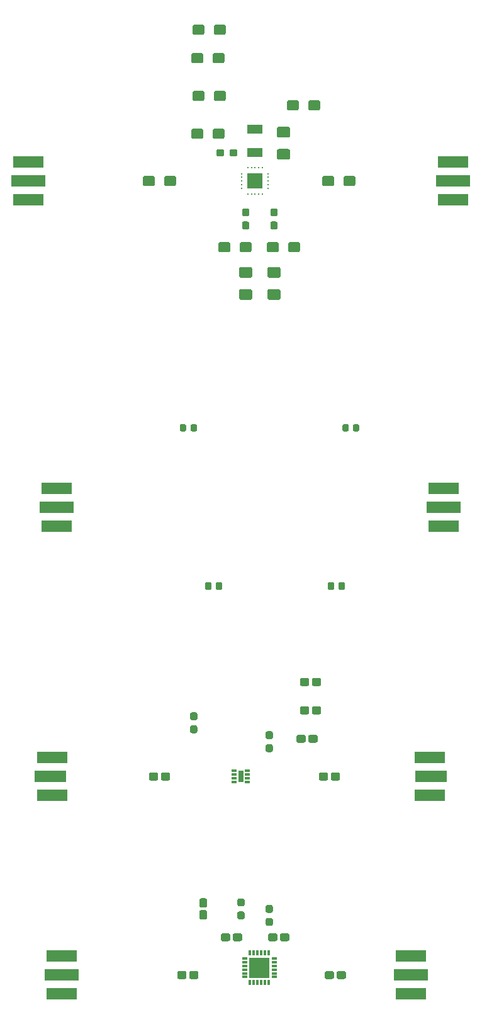
<source format=gbr>
G04 #@! TF.GenerationSoftware,KiCad,Pcbnew,5.1.2-f72e74a~84~ubuntu18.04.1*
G04 #@! TF.CreationDate,2019-07-08T15:28:50+02:00*
G04 #@! TF.ProjectId,prototype_1,70726f74-6f74-4797-9065-5f312e6b6963,rev?*
G04 #@! TF.SameCoordinates,Original*
G04 #@! TF.FileFunction,Paste,Top*
G04 #@! TF.FilePolarity,Positive*
%FSLAX46Y46*%
G04 Gerber Fmt 4.6, Leading zero omitted, Abs format (unit mm)*
G04 Created by KiCad (PCBNEW 5.1.2-f72e74a~84~ubuntu18.04.1) date 2019-07-08 15:28:50*
%MOMM*%
%LPD*%
G04 APERTURE LIST*
%ADD10R,4.060000X1.520000*%
%ADD11R,4.600000X1.520000*%
%ADD12C,0.100000*%
%ADD13C,0.950000*%
%ADD14R,2.700000X2.700000*%
%ADD15R,0.800000X0.300000*%
%ADD16R,0.300000X0.800000*%
%ADD17C,1.050000*%
%ADD18R,4.300000X1.520000*%
%ADD19R,0.700000X1.600000*%
%ADD20R,0.670000X0.300000*%
%ADD21C,0.850000*%
%ADD22R,2.150000X2.150000*%
%ADD23R,0.230000X0.230000*%
%ADD24C,1.425000*%
%ADD25R,2.000000X1.200000*%
%ADD26C,1.350000*%
G04 APERTURE END LIST*
D10*
X114300000Y-170180000D03*
X114300000Y-165100000D03*
D11*
X114300000Y-167640000D03*
D10*
X67310000Y-165100000D03*
X67310000Y-170180000D03*
D11*
X67310000Y-167640000D03*
D12*
G36*
X95510779Y-159976144D02*
G01*
X95533834Y-159979563D01*
X95556443Y-159985227D01*
X95578387Y-159993079D01*
X95599457Y-160003044D01*
X95619448Y-160015026D01*
X95638168Y-160028910D01*
X95655438Y-160044562D01*
X95671090Y-160061832D01*
X95684974Y-160080552D01*
X95696956Y-160100543D01*
X95706921Y-160121613D01*
X95714773Y-160143557D01*
X95720437Y-160166166D01*
X95723856Y-160189221D01*
X95725000Y-160212500D01*
X95725000Y-160787500D01*
X95723856Y-160810779D01*
X95720437Y-160833834D01*
X95714773Y-160856443D01*
X95706921Y-160878387D01*
X95696956Y-160899457D01*
X95684974Y-160919448D01*
X95671090Y-160938168D01*
X95655438Y-160955438D01*
X95638168Y-160971090D01*
X95619448Y-160984974D01*
X95599457Y-160996956D01*
X95578387Y-161006921D01*
X95556443Y-161014773D01*
X95533834Y-161020437D01*
X95510779Y-161023856D01*
X95487500Y-161025000D01*
X95012500Y-161025000D01*
X94989221Y-161023856D01*
X94966166Y-161020437D01*
X94943557Y-161014773D01*
X94921613Y-161006921D01*
X94900543Y-160996956D01*
X94880552Y-160984974D01*
X94861832Y-160971090D01*
X94844562Y-160955438D01*
X94828910Y-160938168D01*
X94815026Y-160919448D01*
X94803044Y-160899457D01*
X94793079Y-160878387D01*
X94785227Y-160856443D01*
X94779563Y-160833834D01*
X94776144Y-160810779D01*
X94775000Y-160787500D01*
X94775000Y-160212500D01*
X94776144Y-160189221D01*
X94779563Y-160166166D01*
X94785227Y-160143557D01*
X94793079Y-160121613D01*
X94803044Y-160100543D01*
X94815026Y-160080552D01*
X94828910Y-160061832D01*
X94844562Y-160044562D01*
X94861832Y-160028910D01*
X94880552Y-160015026D01*
X94900543Y-160003044D01*
X94921613Y-159993079D01*
X94943557Y-159985227D01*
X94966166Y-159979563D01*
X94989221Y-159976144D01*
X95012500Y-159975000D01*
X95487500Y-159975000D01*
X95510779Y-159976144D01*
X95510779Y-159976144D01*
G37*
D13*
X95250000Y-160500000D03*
D12*
G36*
X95510779Y-158226144D02*
G01*
X95533834Y-158229563D01*
X95556443Y-158235227D01*
X95578387Y-158243079D01*
X95599457Y-158253044D01*
X95619448Y-158265026D01*
X95638168Y-158278910D01*
X95655438Y-158294562D01*
X95671090Y-158311832D01*
X95684974Y-158330552D01*
X95696956Y-158350543D01*
X95706921Y-158371613D01*
X95714773Y-158393557D01*
X95720437Y-158416166D01*
X95723856Y-158439221D01*
X95725000Y-158462500D01*
X95725000Y-159037500D01*
X95723856Y-159060779D01*
X95720437Y-159083834D01*
X95714773Y-159106443D01*
X95706921Y-159128387D01*
X95696956Y-159149457D01*
X95684974Y-159169448D01*
X95671090Y-159188168D01*
X95655438Y-159205438D01*
X95638168Y-159221090D01*
X95619448Y-159234974D01*
X95599457Y-159246956D01*
X95578387Y-159256921D01*
X95556443Y-159264773D01*
X95533834Y-159270437D01*
X95510779Y-159273856D01*
X95487500Y-159275000D01*
X95012500Y-159275000D01*
X94989221Y-159273856D01*
X94966166Y-159270437D01*
X94943557Y-159264773D01*
X94921613Y-159256921D01*
X94900543Y-159246956D01*
X94880552Y-159234974D01*
X94861832Y-159221090D01*
X94844562Y-159205438D01*
X94828910Y-159188168D01*
X94815026Y-159169448D01*
X94803044Y-159149457D01*
X94793079Y-159128387D01*
X94785227Y-159106443D01*
X94779563Y-159083834D01*
X94776144Y-159060779D01*
X94775000Y-159037500D01*
X94775000Y-158462500D01*
X94776144Y-158439221D01*
X94779563Y-158416166D01*
X94785227Y-158393557D01*
X94793079Y-158371613D01*
X94803044Y-158350543D01*
X94815026Y-158330552D01*
X94828910Y-158311832D01*
X94844562Y-158294562D01*
X94861832Y-158278910D01*
X94880552Y-158265026D01*
X94900543Y-158253044D01*
X94921613Y-158243079D01*
X94943557Y-158235227D01*
X94966166Y-158229563D01*
X94989221Y-158226144D01*
X95012500Y-158225000D01*
X95487500Y-158225000D01*
X95510779Y-158226144D01*
X95510779Y-158226144D01*
G37*
D13*
X95250000Y-158750000D03*
D12*
G36*
X91700779Y-159101144D02*
G01*
X91723834Y-159104563D01*
X91746443Y-159110227D01*
X91768387Y-159118079D01*
X91789457Y-159128044D01*
X91809448Y-159140026D01*
X91828168Y-159153910D01*
X91845438Y-159169562D01*
X91861090Y-159186832D01*
X91874974Y-159205552D01*
X91886956Y-159225543D01*
X91896921Y-159246613D01*
X91904773Y-159268557D01*
X91910437Y-159291166D01*
X91913856Y-159314221D01*
X91915000Y-159337500D01*
X91915000Y-159912500D01*
X91913856Y-159935779D01*
X91910437Y-159958834D01*
X91904773Y-159981443D01*
X91896921Y-160003387D01*
X91886956Y-160024457D01*
X91874974Y-160044448D01*
X91861090Y-160063168D01*
X91845438Y-160080438D01*
X91828168Y-160096090D01*
X91809448Y-160109974D01*
X91789457Y-160121956D01*
X91768387Y-160131921D01*
X91746443Y-160139773D01*
X91723834Y-160145437D01*
X91700779Y-160148856D01*
X91677500Y-160150000D01*
X91202500Y-160150000D01*
X91179221Y-160148856D01*
X91156166Y-160145437D01*
X91133557Y-160139773D01*
X91111613Y-160131921D01*
X91090543Y-160121956D01*
X91070552Y-160109974D01*
X91051832Y-160096090D01*
X91034562Y-160080438D01*
X91018910Y-160063168D01*
X91005026Y-160044448D01*
X90993044Y-160024457D01*
X90983079Y-160003387D01*
X90975227Y-159981443D01*
X90969563Y-159958834D01*
X90966144Y-159935779D01*
X90965000Y-159912500D01*
X90965000Y-159337500D01*
X90966144Y-159314221D01*
X90969563Y-159291166D01*
X90975227Y-159268557D01*
X90983079Y-159246613D01*
X90993044Y-159225543D01*
X91005026Y-159205552D01*
X91018910Y-159186832D01*
X91034562Y-159169562D01*
X91051832Y-159153910D01*
X91070552Y-159140026D01*
X91090543Y-159128044D01*
X91111613Y-159118079D01*
X91133557Y-159110227D01*
X91156166Y-159104563D01*
X91179221Y-159101144D01*
X91202500Y-159100000D01*
X91677500Y-159100000D01*
X91700779Y-159101144D01*
X91700779Y-159101144D01*
G37*
D13*
X91440000Y-159625000D03*
D12*
G36*
X91700779Y-157351144D02*
G01*
X91723834Y-157354563D01*
X91746443Y-157360227D01*
X91768387Y-157368079D01*
X91789457Y-157378044D01*
X91809448Y-157390026D01*
X91828168Y-157403910D01*
X91845438Y-157419562D01*
X91861090Y-157436832D01*
X91874974Y-157455552D01*
X91886956Y-157475543D01*
X91896921Y-157496613D01*
X91904773Y-157518557D01*
X91910437Y-157541166D01*
X91913856Y-157564221D01*
X91915000Y-157587500D01*
X91915000Y-158162500D01*
X91913856Y-158185779D01*
X91910437Y-158208834D01*
X91904773Y-158231443D01*
X91896921Y-158253387D01*
X91886956Y-158274457D01*
X91874974Y-158294448D01*
X91861090Y-158313168D01*
X91845438Y-158330438D01*
X91828168Y-158346090D01*
X91809448Y-158359974D01*
X91789457Y-158371956D01*
X91768387Y-158381921D01*
X91746443Y-158389773D01*
X91723834Y-158395437D01*
X91700779Y-158398856D01*
X91677500Y-158400000D01*
X91202500Y-158400000D01*
X91179221Y-158398856D01*
X91156166Y-158395437D01*
X91133557Y-158389773D01*
X91111613Y-158381921D01*
X91090543Y-158371956D01*
X91070552Y-158359974D01*
X91051832Y-158346090D01*
X91034562Y-158330438D01*
X91018910Y-158313168D01*
X91005026Y-158294448D01*
X90993044Y-158274457D01*
X90983079Y-158253387D01*
X90975227Y-158231443D01*
X90969563Y-158208834D01*
X90966144Y-158185779D01*
X90965000Y-158162500D01*
X90965000Y-157587500D01*
X90966144Y-157564221D01*
X90969563Y-157541166D01*
X90975227Y-157518557D01*
X90983079Y-157496613D01*
X90993044Y-157475543D01*
X91005026Y-157455552D01*
X91018910Y-157436832D01*
X91034562Y-157419562D01*
X91051832Y-157403910D01*
X91070552Y-157390026D01*
X91090543Y-157378044D01*
X91111613Y-157368079D01*
X91133557Y-157360227D01*
X91156166Y-157354563D01*
X91179221Y-157351144D01*
X91202500Y-157350000D01*
X91677500Y-157350000D01*
X91700779Y-157351144D01*
X91700779Y-157351144D01*
G37*
D13*
X91440000Y-157875000D03*
D14*
X93924999Y-166664999D03*
D15*
X95914999Y-165404999D03*
X95914999Y-167904999D03*
X95914999Y-167404999D03*
X95914999Y-166904999D03*
X95914999Y-165904999D03*
X95914999Y-166404999D03*
X91914999Y-167904999D03*
X91914999Y-167404999D03*
X91914999Y-166904999D03*
X91914999Y-166404999D03*
X91914999Y-165904999D03*
X91914999Y-165404999D03*
D16*
X92664999Y-168654999D03*
X93164999Y-168654999D03*
X94164999Y-168654999D03*
X93664999Y-168654999D03*
X95164999Y-168654999D03*
X94664999Y-168654999D03*
X95164999Y-164654999D03*
X94664999Y-164654999D03*
X94164999Y-164654999D03*
X93664999Y-164654999D03*
X93164999Y-164654999D03*
X92664999Y-164654999D03*
D12*
G36*
X83889505Y-167116204D02*
G01*
X83913773Y-167119804D01*
X83937572Y-167125765D01*
X83960671Y-167134030D01*
X83982850Y-167144520D01*
X84003893Y-167157132D01*
X84023599Y-167171747D01*
X84041777Y-167188223D01*
X84058253Y-167206401D01*
X84072868Y-167226107D01*
X84085480Y-167247150D01*
X84095970Y-167269329D01*
X84104235Y-167292428D01*
X84110196Y-167316227D01*
X84113796Y-167340495D01*
X84115000Y-167364999D01*
X84115000Y-167915001D01*
X84113796Y-167939505D01*
X84110196Y-167963773D01*
X84104235Y-167987572D01*
X84095970Y-168010671D01*
X84085480Y-168032850D01*
X84072868Y-168053893D01*
X84058253Y-168073599D01*
X84041777Y-168091777D01*
X84023599Y-168108253D01*
X84003893Y-168122868D01*
X83982850Y-168135480D01*
X83960671Y-168145970D01*
X83937572Y-168154235D01*
X83913773Y-168160196D01*
X83889505Y-168163796D01*
X83865001Y-168165000D01*
X83114999Y-168165000D01*
X83090495Y-168163796D01*
X83066227Y-168160196D01*
X83042428Y-168154235D01*
X83019329Y-168145970D01*
X82997150Y-168135480D01*
X82976107Y-168122868D01*
X82956401Y-168108253D01*
X82938223Y-168091777D01*
X82921747Y-168073599D01*
X82907132Y-168053893D01*
X82894520Y-168032850D01*
X82884030Y-168010671D01*
X82875765Y-167987572D01*
X82869804Y-167963773D01*
X82866204Y-167939505D01*
X82865000Y-167915001D01*
X82865000Y-167364999D01*
X82866204Y-167340495D01*
X82869804Y-167316227D01*
X82875765Y-167292428D01*
X82884030Y-167269329D01*
X82894520Y-167247150D01*
X82907132Y-167226107D01*
X82921747Y-167206401D01*
X82938223Y-167188223D01*
X82956401Y-167171747D01*
X82976107Y-167157132D01*
X82997150Y-167144520D01*
X83019329Y-167134030D01*
X83042428Y-167125765D01*
X83066227Y-167119804D01*
X83090495Y-167116204D01*
X83114999Y-167115000D01*
X83865001Y-167115000D01*
X83889505Y-167116204D01*
X83889505Y-167116204D01*
G37*
D17*
X83490000Y-167640000D03*
D12*
G36*
X85489505Y-167116204D02*
G01*
X85513773Y-167119804D01*
X85537572Y-167125765D01*
X85560671Y-167134030D01*
X85582850Y-167144520D01*
X85603893Y-167157132D01*
X85623599Y-167171747D01*
X85641777Y-167188223D01*
X85658253Y-167206401D01*
X85672868Y-167226107D01*
X85685480Y-167247150D01*
X85695970Y-167269329D01*
X85704235Y-167292428D01*
X85710196Y-167316227D01*
X85713796Y-167340495D01*
X85715000Y-167364999D01*
X85715000Y-167915001D01*
X85713796Y-167939505D01*
X85710196Y-167963773D01*
X85704235Y-167987572D01*
X85695970Y-168010671D01*
X85685480Y-168032850D01*
X85672868Y-168053893D01*
X85658253Y-168073599D01*
X85641777Y-168091777D01*
X85623599Y-168108253D01*
X85603893Y-168122868D01*
X85582850Y-168135480D01*
X85560671Y-168145970D01*
X85537572Y-168154235D01*
X85513773Y-168160196D01*
X85489505Y-168163796D01*
X85465001Y-168165000D01*
X84714999Y-168165000D01*
X84690495Y-168163796D01*
X84666227Y-168160196D01*
X84642428Y-168154235D01*
X84619329Y-168145970D01*
X84597150Y-168135480D01*
X84576107Y-168122868D01*
X84556401Y-168108253D01*
X84538223Y-168091777D01*
X84521747Y-168073599D01*
X84507132Y-168053893D01*
X84494520Y-168032850D01*
X84484030Y-168010671D01*
X84475765Y-167987572D01*
X84469804Y-167963773D01*
X84466204Y-167939505D01*
X84465000Y-167915001D01*
X84465000Y-167364999D01*
X84466204Y-167340495D01*
X84469804Y-167316227D01*
X84475765Y-167292428D01*
X84484030Y-167269329D01*
X84494520Y-167247150D01*
X84507132Y-167226107D01*
X84521747Y-167206401D01*
X84538223Y-167188223D01*
X84556401Y-167171747D01*
X84576107Y-167157132D01*
X84597150Y-167144520D01*
X84619329Y-167134030D01*
X84642428Y-167125765D01*
X84666227Y-167119804D01*
X84690495Y-167116204D01*
X84714999Y-167115000D01*
X85465001Y-167115000D01*
X85489505Y-167116204D01*
X85489505Y-167116204D01*
G37*
D17*
X85090000Y-167640000D03*
D12*
G36*
X103739505Y-167116204D02*
G01*
X103763773Y-167119804D01*
X103787572Y-167125765D01*
X103810671Y-167134030D01*
X103832850Y-167144520D01*
X103853893Y-167157132D01*
X103873599Y-167171747D01*
X103891777Y-167188223D01*
X103908253Y-167206401D01*
X103922868Y-167226107D01*
X103935480Y-167247150D01*
X103945970Y-167269329D01*
X103954235Y-167292428D01*
X103960196Y-167316227D01*
X103963796Y-167340495D01*
X103965000Y-167364999D01*
X103965000Y-167915001D01*
X103963796Y-167939505D01*
X103960196Y-167963773D01*
X103954235Y-167987572D01*
X103945970Y-168010671D01*
X103935480Y-168032850D01*
X103922868Y-168053893D01*
X103908253Y-168073599D01*
X103891777Y-168091777D01*
X103873599Y-168108253D01*
X103853893Y-168122868D01*
X103832850Y-168135480D01*
X103810671Y-168145970D01*
X103787572Y-168154235D01*
X103763773Y-168160196D01*
X103739505Y-168163796D01*
X103715001Y-168165000D01*
X102964999Y-168165000D01*
X102940495Y-168163796D01*
X102916227Y-168160196D01*
X102892428Y-168154235D01*
X102869329Y-168145970D01*
X102847150Y-168135480D01*
X102826107Y-168122868D01*
X102806401Y-168108253D01*
X102788223Y-168091777D01*
X102771747Y-168073599D01*
X102757132Y-168053893D01*
X102744520Y-168032850D01*
X102734030Y-168010671D01*
X102725765Y-167987572D01*
X102719804Y-167963773D01*
X102716204Y-167939505D01*
X102715000Y-167915001D01*
X102715000Y-167364999D01*
X102716204Y-167340495D01*
X102719804Y-167316227D01*
X102725765Y-167292428D01*
X102734030Y-167269329D01*
X102744520Y-167247150D01*
X102757132Y-167226107D01*
X102771747Y-167206401D01*
X102788223Y-167188223D01*
X102806401Y-167171747D01*
X102826107Y-167157132D01*
X102847150Y-167144520D01*
X102869329Y-167134030D01*
X102892428Y-167125765D01*
X102916227Y-167119804D01*
X102940495Y-167116204D01*
X102964999Y-167115000D01*
X103715001Y-167115000D01*
X103739505Y-167116204D01*
X103739505Y-167116204D01*
G37*
D17*
X103340000Y-167640000D03*
D12*
G36*
X105339505Y-167116204D02*
G01*
X105363773Y-167119804D01*
X105387572Y-167125765D01*
X105410671Y-167134030D01*
X105432850Y-167144520D01*
X105453893Y-167157132D01*
X105473599Y-167171747D01*
X105491777Y-167188223D01*
X105508253Y-167206401D01*
X105522868Y-167226107D01*
X105535480Y-167247150D01*
X105545970Y-167269329D01*
X105554235Y-167292428D01*
X105560196Y-167316227D01*
X105563796Y-167340495D01*
X105565000Y-167364999D01*
X105565000Y-167915001D01*
X105563796Y-167939505D01*
X105560196Y-167963773D01*
X105554235Y-167987572D01*
X105545970Y-168010671D01*
X105535480Y-168032850D01*
X105522868Y-168053893D01*
X105508253Y-168073599D01*
X105491777Y-168091777D01*
X105473599Y-168108253D01*
X105453893Y-168122868D01*
X105432850Y-168135480D01*
X105410671Y-168145970D01*
X105387572Y-168154235D01*
X105363773Y-168160196D01*
X105339505Y-168163796D01*
X105315001Y-168165000D01*
X104564999Y-168165000D01*
X104540495Y-168163796D01*
X104516227Y-168160196D01*
X104492428Y-168154235D01*
X104469329Y-168145970D01*
X104447150Y-168135480D01*
X104426107Y-168122868D01*
X104406401Y-168108253D01*
X104388223Y-168091777D01*
X104371747Y-168073599D01*
X104357132Y-168053893D01*
X104344520Y-168032850D01*
X104334030Y-168010671D01*
X104325765Y-167987572D01*
X104319804Y-167963773D01*
X104316204Y-167939505D01*
X104315000Y-167915001D01*
X104315000Y-167364999D01*
X104316204Y-167340495D01*
X104319804Y-167316227D01*
X104325765Y-167292428D01*
X104334030Y-167269329D01*
X104344520Y-167247150D01*
X104357132Y-167226107D01*
X104371747Y-167206401D01*
X104388223Y-167188223D01*
X104406401Y-167171747D01*
X104426107Y-167157132D01*
X104447150Y-167144520D01*
X104469329Y-167134030D01*
X104492428Y-167125765D01*
X104516227Y-167119804D01*
X104540495Y-167116204D01*
X104564999Y-167115000D01*
X105315001Y-167115000D01*
X105339505Y-167116204D01*
X105339505Y-167116204D01*
G37*
D17*
X104940000Y-167640000D03*
D12*
G36*
X86659505Y-157326204D02*
G01*
X86683773Y-157329804D01*
X86707572Y-157335765D01*
X86730671Y-157344030D01*
X86752850Y-157354520D01*
X86773893Y-157367132D01*
X86793599Y-157381747D01*
X86811777Y-157398223D01*
X86828253Y-157416401D01*
X86842868Y-157436107D01*
X86855480Y-157457150D01*
X86865970Y-157479329D01*
X86874235Y-157502428D01*
X86880196Y-157526227D01*
X86883796Y-157550495D01*
X86885000Y-157574999D01*
X86885000Y-158325001D01*
X86883796Y-158349505D01*
X86880196Y-158373773D01*
X86874235Y-158397572D01*
X86865970Y-158420671D01*
X86855480Y-158442850D01*
X86842868Y-158463893D01*
X86828253Y-158483599D01*
X86811777Y-158501777D01*
X86793599Y-158518253D01*
X86773893Y-158532868D01*
X86752850Y-158545480D01*
X86730671Y-158555970D01*
X86707572Y-158564235D01*
X86683773Y-158570196D01*
X86659505Y-158573796D01*
X86635001Y-158575000D01*
X86084999Y-158575000D01*
X86060495Y-158573796D01*
X86036227Y-158570196D01*
X86012428Y-158564235D01*
X85989329Y-158555970D01*
X85967150Y-158545480D01*
X85946107Y-158532868D01*
X85926401Y-158518253D01*
X85908223Y-158501777D01*
X85891747Y-158483599D01*
X85877132Y-158463893D01*
X85864520Y-158442850D01*
X85854030Y-158420671D01*
X85845765Y-158397572D01*
X85839804Y-158373773D01*
X85836204Y-158349505D01*
X85835000Y-158325001D01*
X85835000Y-157574999D01*
X85836204Y-157550495D01*
X85839804Y-157526227D01*
X85845765Y-157502428D01*
X85854030Y-157479329D01*
X85864520Y-157457150D01*
X85877132Y-157436107D01*
X85891747Y-157416401D01*
X85908223Y-157398223D01*
X85926401Y-157381747D01*
X85946107Y-157367132D01*
X85967150Y-157354520D01*
X85989329Y-157344030D01*
X86012428Y-157335765D01*
X86036227Y-157329804D01*
X86060495Y-157326204D01*
X86084999Y-157325000D01*
X86635001Y-157325000D01*
X86659505Y-157326204D01*
X86659505Y-157326204D01*
G37*
D17*
X86360000Y-157950000D03*
D12*
G36*
X86659505Y-158926204D02*
G01*
X86683773Y-158929804D01*
X86707572Y-158935765D01*
X86730671Y-158944030D01*
X86752850Y-158954520D01*
X86773893Y-158967132D01*
X86793599Y-158981747D01*
X86811777Y-158998223D01*
X86828253Y-159016401D01*
X86842868Y-159036107D01*
X86855480Y-159057150D01*
X86865970Y-159079329D01*
X86874235Y-159102428D01*
X86880196Y-159126227D01*
X86883796Y-159150495D01*
X86885000Y-159174999D01*
X86885000Y-159925001D01*
X86883796Y-159949505D01*
X86880196Y-159973773D01*
X86874235Y-159997572D01*
X86865970Y-160020671D01*
X86855480Y-160042850D01*
X86842868Y-160063893D01*
X86828253Y-160083599D01*
X86811777Y-160101777D01*
X86793599Y-160118253D01*
X86773893Y-160132868D01*
X86752850Y-160145480D01*
X86730671Y-160155970D01*
X86707572Y-160164235D01*
X86683773Y-160170196D01*
X86659505Y-160173796D01*
X86635001Y-160175000D01*
X86084999Y-160175000D01*
X86060495Y-160173796D01*
X86036227Y-160170196D01*
X86012428Y-160164235D01*
X85989329Y-160155970D01*
X85967150Y-160145480D01*
X85946107Y-160132868D01*
X85926401Y-160118253D01*
X85908223Y-160101777D01*
X85891747Y-160083599D01*
X85877132Y-160063893D01*
X85864520Y-160042850D01*
X85854030Y-160020671D01*
X85845765Y-159997572D01*
X85839804Y-159973773D01*
X85836204Y-159949505D01*
X85835000Y-159925001D01*
X85835000Y-159174999D01*
X85836204Y-159150495D01*
X85839804Y-159126227D01*
X85845765Y-159102428D01*
X85854030Y-159079329D01*
X85864520Y-159057150D01*
X85877132Y-159036107D01*
X85891747Y-159016401D01*
X85908223Y-158998223D01*
X85926401Y-158981747D01*
X85946107Y-158967132D01*
X85967150Y-158954520D01*
X85989329Y-158944030D01*
X86012428Y-158935765D01*
X86036227Y-158929804D01*
X86060495Y-158926204D01*
X86084999Y-158925000D01*
X86635001Y-158925000D01*
X86659505Y-158926204D01*
X86659505Y-158926204D01*
G37*
D17*
X86360000Y-159550000D03*
D12*
G36*
X96119505Y-162036204D02*
G01*
X96143773Y-162039804D01*
X96167572Y-162045765D01*
X96190671Y-162054030D01*
X96212850Y-162064520D01*
X96233893Y-162077132D01*
X96253599Y-162091747D01*
X96271777Y-162108223D01*
X96288253Y-162126401D01*
X96302868Y-162146107D01*
X96315480Y-162167150D01*
X96325970Y-162189329D01*
X96334235Y-162212428D01*
X96340196Y-162236227D01*
X96343796Y-162260495D01*
X96345000Y-162284999D01*
X96345000Y-162835001D01*
X96343796Y-162859505D01*
X96340196Y-162883773D01*
X96334235Y-162907572D01*
X96325970Y-162930671D01*
X96315480Y-162952850D01*
X96302868Y-162973893D01*
X96288253Y-162993599D01*
X96271777Y-163011777D01*
X96253599Y-163028253D01*
X96233893Y-163042868D01*
X96212850Y-163055480D01*
X96190671Y-163065970D01*
X96167572Y-163074235D01*
X96143773Y-163080196D01*
X96119505Y-163083796D01*
X96095001Y-163085000D01*
X95344999Y-163085000D01*
X95320495Y-163083796D01*
X95296227Y-163080196D01*
X95272428Y-163074235D01*
X95249329Y-163065970D01*
X95227150Y-163055480D01*
X95206107Y-163042868D01*
X95186401Y-163028253D01*
X95168223Y-163011777D01*
X95151747Y-162993599D01*
X95137132Y-162973893D01*
X95124520Y-162952850D01*
X95114030Y-162930671D01*
X95105765Y-162907572D01*
X95099804Y-162883773D01*
X95096204Y-162859505D01*
X95095000Y-162835001D01*
X95095000Y-162284999D01*
X95096204Y-162260495D01*
X95099804Y-162236227D01*
X95105765Y-162212428D01*
X95114030Y-162189329D01*
X95124520Y-162167150D01*
X95137132Y-162146107D01*
X95151747Y-162126401D01*
X95168223Y-162108223D01*
X95186401Y-162091747D01*
X95206107Y-162077132D01*
X95227150Y-162064520D01*
X95249329Y-162054030D01*
X95272428Y-162045765D01*
X95296227Y-162039804D01*
X95320495Y-162036204D01*
X95344999Y-162035000D01*
X96095001Y-162035000D01*
X96119505Y-162036204D01*
X96119505Y-162036204D01*
G37*
D17*
X95720000Y-162560000D03*
D12*
G36*
X97719505Y-162036204D02*
G01*
X97743773Y-162039804D01*
X97767572Y-162045765D01*
X97790671Y-162054030D01*
X97812850Y-162064520D01*
X97833893Y-162077132D01*
X97853599Y-162091747D01*
X97871777Y-162108223D01*
X97888253Y-162126401D01*
X97902868Y-162146107D01*
X97915480Y-162167150D01*
X97925970Y-162189329D01*
X97934235Y-162212428D01*
X97940196Y-162236227D01*
X97943796Y-162260495D01*
X97945000Y-162284999D01*
X97945000Y-162835001D01*
X97943796Y-162859505D01*
X97940196Y-162883773D01*
X97934235Y-162907572D01*
X97925970Y-162930671D01*
X97915480Y-162952850D01*
X97902868Y-162973893D01*
X97888253Y-162993599D01*
X97871777Y-163011777D01*
X97853599Y-163028253D01*
X97833893Y-163042868D01*
X97812850Y-163055480D01*
X97790671Y-163065970D01*
X97767572Y-163074235D01*
X97743773Y-163080196D01*
X97719505Y-163083796D01*
X97695001Y-163085000D01*
X96944999Y-163085000D01*
X96920495Y-163083796D01*
X96896227Y-163080196D01*
X96872428Y-163074235D01*
X96849329Y-163065970D01*
X96827150Y-163055480D01*
X96806107Y-163042868D01*
X96786401Y-163028253D01*
X96768223Y-163011777D01*
X96751747Y-162993599D01*
X96737132Y-162973893D01*
X96724520Y-162952850D01*
X96714030Y-162930671D01*
X96705765Y-162907572D01*
X96699804Y-162883773D01*
X96696204Y-162859505D01*
X96695000Y-162835001D01*
X96695000Y-162284999D01*
X96696204Y-162260495D01*
X96699804Y-162236227D01*
X96705765Y-162212428D01*
X96714030Y-162189329D01*
X96724520Y-162167150D01*
X96737132Y-162146107D01*
X96751747Y-162126401D01*
X96768223Y-162108223D01*
X96786401Y-162091747D01*
X96806107Y-162077132D01*
X96827150Y-162064520D01*
X96849329Y-162054030D01*
X96872428Y-162045765D01*
X96896227Y-162039804D01*
X96920495Y-162036204D01*
X96944999Y-162035000D01*
X97695001Y-162035000D01*
X97719505Y-162036204D01*
X97719505Y-162036204D01*
G37*
D17*
X97320000Y-162560000D03*
D12*
G36*
X89769505Y-162036204D02*
G01*
X89793773Y-162039804D01*
X89817572Y-162045765D01*
X89840671Y-162054030D01*
X89862850Y-162064520D01*
X89883893Y-162077132D01*
X89903599Y-162091747D01*
X89921777Y-162108223D01*
X89938253Y-162126401D01*
X89952868Y-162146107D01*
X89965480Y-162167150D01*
X89975970Y-162189329D01*
X89984235Y-162212428D01*
X89990196Y-162236227D01*
X89993796Y-162260495D01*
X89995000Y-162284999D01*
X89995000Y-162835001D01*
X89993796Y-162859505D01*
X89990196Y-162883773D01*
X89984235Y-162907572D01*
X89975970Y-162930671D01*
X89965480Y-162952850D01*
X89952868Y-162973893D01*
X89938253Y-162993599D01*
X89921777Y-163011777D01*
X89903599Y-163028253D01*
X89883893Y-163042868D01*
X89862850Y-163055480D01*
X89840671Y-163065970D01*
X89817572Y-163074235D01*
X89793773Y-163080196D01*
X89769505Y-163083796D01*
X89745001Y-163085000D01*
X88994999Y-163085000D01*
X88970495Y-163083796D01*
X88946227Y-163080196D01*
X88922428Y-163074235D01*
X88899329Y-163065970D01*
X88877150Y-163055480D01*
X88856107Y-163042868D01*
X88836401Y-163028253D01*
X88818223Y-163011777D01*
X88801747Y-162993599D01*
X88787132Y-162973893D01*
X88774520Y-162952850D01*
X88764030Y-162930671D01*
X88755765Y-162907572D01*
X88749804Y-162883773D01*
X88746204Y-162859505D01*
X88745000Y-162835001D01*
X88745000Y-162284999D01*
X88746204Y-162260495D01*
X88749804Y-162236227D01*
X88755765Y-162212428D01*
X88764030Y-162189329D01*
X88774520Y-162167150D01*
X88787132Y-162146107D01*
X88801747Y-162126401D01*
X88818223Y-162108223D01*
X88836401Y-162091747D01*
X88856107Y-162077132D01*
X88877150Y-162064520D01*
X88899329Y-162054030D01*
X88922428Y-162045765D01*
X88946227Y-162039804D01*
X88970495Y-162036204D01*
X88994999Y-162035000D01*
X89745001Y-162035000D01*
X89769505Y-162036204D01*
X89769505Y-162036204D01*
G37*
D17*
X89370000Y-162560000D03*
D12*
G36*
X91369505Y-162036204D02*
G01*
X91393773Y-162039804D01*
X91417572Y-162045765D01*
X91440671Y-162054030D01*
X91462850Y-162064520D01*
X91483893Y-162077132D01*
X91503599Y-162091747D01*
X91521777Y-162108223D01*
X91538253Y-162126401D01*
X91552868Y-162146107D01*
X91565480Y-162167150D01*
X91575970Y-162189329D01*
X91584235Y-162212428D01*
X91590196Y-162236227D01*
X91593796Y-162260495D01*
X91595000Y-162284999D01*
X91595000Y-162835001D01*
X91593796Y-162859505D01*
X91590196Y-162883773D01*
X91584235Y-162907572D01*
X91575970Y-162930671D01*
X91565480Y-162952850D01*
X91552868Y-162973893D01*
X91538253Y-162993599D01*
X91521777Y-163011777D01*
X91503599Y-163028253D01*
X91483893Y-163042868D01*
X91462850Y-163055480D01*
X91440671Y-163065970D01*
X91417572Y-163074235D01*
X91393773Y-163080196D01*
X91369505Y-163083796D01*
X91345001Y-163085000D01*
X90594999Y-163085000D01*
X90570495Y-163083796D01*
X90546227Y-163080196D01*
X90522428Y-163074235D01*
X90499329Y-163065970D01*
X90477150Y-163055480D01*
X90456107Y-163042868D01*
X90436401Y-163028253D01*
X90418223Y-163011777D01*
X90401747Y-162993599D01*
X90387132Y-162973893D01*
X90374520Y-162952850D01*
X90364030Y-162930671D01*
X90355765Y-162907572D01*
X90349804Y-162883773D01*
X90346204Y-162859505D01*
X90345000Y-162835001D01*
X90345000Y-162284999D01*
X90346204Y-162260495D01*
X90349804Y-162236227D01*
X90355765Y-162212428D01*
X90364030Y-162189329D01*
X90374520Y-162167150D01*
X90387132Y-162146107D01*
X90401747Y-162126401D01*
X90418223Y-162108223D01*
X90436401Y-162091747D01*
X90456107Y-162077132D01*
X90477150Y-162064520D01*
X90499329Y-162054030D01*
X90522428Y-162045765D01*
X90546227Y-162039804D01*
X90570495Y-162036204D01*
X90594999Y-162035000D01*
X91345001Y-162035000D01*
X91369505Y-162036204D01*
X91369505Y-162036204D01*
G37*
D17*
X90970000Y-162560000D03*
D10*
X116840000Y-143510000D03*
X116840000Y-138430000D03*
D18*
X117020000Y-140970000D03*
D10*
X66040000Y-138430000D03*
X66040000Y-143510000D03*
D18*
X65820000Y-140970000D03*
D19*
X91440000Y-140970000D03*
D20*
X92325000Y-141720000D03*
X92325000Y-141220000D03*
X92325000Y-140720000D03*
X92325000Y-140220000D03*
X90555000Y-141720000D03*
X90555000Y-141220000D03*
X90555000Y-140720000D03*
X90555000Y-140220000D03*
D12*
G36*
X85350779Y-134096144D02*
G01*
X85373834Y-134099563D01*
X85396443Y-134105227D01*
X85418387Y-134113079D01*
X85439457Y-134123044D01*
X85459448Y-134135026D01*
X85478168Y-134148910D01*
X85495438Y-134164562D01*
X85511090Y-134181832D01*
X85524974Y-134200552D01*
X85536956Y-134220543D01*
X85546921Y-134241613D01*
X85554773Y-134263557D01*
X85560437Y-134286166D01*
X85563856Y-134309221D01*
X85565000Y-134332500D01*
X85565000Y-134907500D01*
X85563856Y-134930779D01*
X85560437Y-134953834D01*
X85554773Y-134976443D01*
X85546921Y-134998387D01*
X85536956Y-135019457D01*
X85524974Y-135039448D01*
X85511090Y-135058168D01*
X85495438Y-135075438D01*
X85478168Y-135091090D01*
X85459448Y-135104974D01*
X85439457Y-135116956D01*
X85418387Y-135126921D01*
X85396443Y-135134773D01*
X85373834Y-135140437D01*
X85350779Y-135143856D01*
X85327500Y-135145000D01*
X84852500Y-135145000D01*
X84829221Y-135143856D01*
X84806166Y-135140437D01*
X84783557Y-135134773D01*
X84761613Y-135126921D01*
X84740543Y-135116956D01*
X84720552Y-135104974D01*
X84701832Y-135091090D01*
X84684562Y-135075438D01*
X84668910Y-135058168D01*
X84655026Y-135039448D01*
X84643044Y-135019457D01*
X84633079Y-134998387D01*
X84625227Y-134976443D01*
X84619563Y-134953834D01*
X84616144Y-134930779D01*
X84615000Y-134907500D01*
X84615000Y-134332500D01*
X84616144Y-134309221D01*
X84619563Y-134286166D01*
X84625227Y-134263557D01*
X84633079Y-134241613D01*
X84643044Y-134220543D01*
X84655026Y-134200552D01*
X84668910Y-134181832D01*
X84684562Y-134164562D01*
X84701832Y-134148910D01*
X84720552Y-134135026D01*
X84740543Y-134123044D01*
X84761613Y-134113079D01*
X84783557Y-134105227D01*
X84806166Y-134099563D01*
X84829221Y-134096144D01*
X84852500Y-134095000D01*
X85327500Y-134095000D01*
X85350779Y-134096144D01*
X85350779Y-134096144D01*
G37*
D13*
X85090000Y-134620000D03*
D12*
G36*
X85350779Y-132346144D02*
G01*
X85373834Y-132349563D01*
X85396443Y-132355227D01*
X85418387Y-132363079D01*
X85439457Y-132373044D01*
X85459448Y-132385026D01*
X85478168Y-132398910D01*
X85495438Y-132414562D01*
X85511090Y-132431832D01*
X85524974Y-132450552D01*
X85536956Y-132470543D01*
X85546921Y-132491613D01*
X85554773Y-132513557D01*
X85560437Y-132536166D01*
X85563856Y-132559221D01*
X85565000Y-132582500D01*
X85565000Y-133157500D01*
X85563856Y-133180779D01*
X85560437Y-133203834D01*
X85554773Y-133226443D01*
X85546921Y-133248387D01*
X85536956Y-133269457D01*
X85524974Y-133289448D01*
X85511090Y-133308168D01*
X85495438Y-133325438D01*
X85478168Y-133341090D01*
X85459448Y-133354974D01*
X85439457Y-133366956D01*
X85418387Y-133376921D01*
X85396443Y-133384773D01*
X85373834Y-133390437D01*
X85350779Y-133393856D01*
X85327500Y-133395000D01*
X84852500Y-133395000D01*
X84829221Y-133393856D01*
X84806166Y-133390437D01*
X84783557Y-133384773D01*
X84761613Y-133376921D01*
X84740543Y-133366956D01*
X84720552Y-133354974D01*
X84701832Y-133341090D01*
X84684562Y-133325438D01*
X84668910Y-133308168D01*
X84655026Y-133289448D01*
X84643044Y-133269457D01*
X84633079Y-133248387D01*
X84625227Y-133226443D01*
X84619563Y-133203834D01*
X84616144Y-133180779D01*
X84615000Y-133157500D01*
X84615000Y-132582500D01*
X84616144Y-132559221D01*
X84619563Y-132536166D01*
X84625227Y-132513557D01*
X84633079Y-132491613D01*
X84643044Y-132470543D01*
X84655026Y-132450552D01*
X84668910Y-132431832D01*
X84684562Y-132414562D01*
X84701832Y-132398910D01*
X84720552Y-132385026D01*
X84740543Y-132373044D01*
X84761613Y-132363079D01*
X84783557Y-132355227D01*
X84806166Y-132349563D01*
X84829221Y-132346144D01*
X84852500Y-132345000D01*
X85327500Y-132345000D01*
X85350779Y-132346144D01*
X85350779Y-132346144D01*
G37*
D13*
X85090000Y-132870000D03*
D12*
G36*
X95510779Y-136636144D02*
G01*
X95533834Y-136639563D01*
X95556443Y-136645227D01*
X95578387Y-136653079D01*
X95599457Y-136663044D01*
X95619448Y-136675026D01*
X95638168Y-136688910D01*
X95655438Y-136704562D01*
X95671090Y-136721832D01*
X95684974Y-136740552D01*
X95696956Y-136760543D01*
X95706921Y-136781613D01*
X95714773Y-136803557D01*
X95720437Y-136826166D01*
X95723856Y-136849221D01*
X95725000Y-136872500D01*
X95725000Y-137447500D01*
X95723856Y-137470779D01*
X95720437Y-137493834D01*
X95714773Y-137516443D01*
X95706921Y-137538387D01*
X95696956Y-137559457D01*
X95684974Y-137579448D01*
X95671090Y-137598168D01*
X95655438Y-137615438D01*
X95638168Y-137631090D01*
X95619448Y-137644974D01*
X95599457Y-137656956D01*
X95578387Y-137666921D01*
X95556443Y-137674773D01*
X95533834Y-137680437D01*
X95510779Y-137683856D01*
X95487500Y-137685000D01*
X95012500Y-137685000D01*
X94989221Y-137683856D01*
X94966166Y-137680437D01*
X94943557Y-137674773D01*
X94921613Y-137666921D01*
X94900543Y-137656956D01*
X94880552Y-137644974D01*
X94861832Y-137631090D01*
X94844562Y-137615438D01*
X94828910Y-137598168D01*
X94815026Y-137579448D01*
X94803044Y-137559457D01*
X94793079Y-137538387D01*
X94785227Y-137516443D01*
X94779563Y-137493834D01*
X94776144Y-137470779D01*
X94775000Y-137447500D01*
X94775000Y-136872500D01*
X94776144Y-136849221D01*
X94779563Y-136826166D01*
X94785227Y-136803557D01*
X94793079Y-136781613D01*
X94803044Y-136760543D01*
X94815026Y-136740552D01*
X94828910Y-136721832D01*
X94844562Y-136704562D01*
X94861832Y-136688910D01*
X94880552Y-136675026D01*
X94900543Y-136663044D01*
X94921613Y-136653079D01*
X94943557Y-136645227D01*
X94966166Y-136639563D01*
X94989221Y-136636144D01*
X95012500Y-136635000D01*
X95487500Y-136635000D01*
X95510779Y-136636144D01*
X95510779Y-136636144D01*
G37*
D13*
X95250000Y-137160000D03*
D12*
G36*
X95510779Y-134886144D02*
G01*
X95533834Y-134889563D01*
X95556443Y-134895227D01*
X95578387Y-134903079D01*
X95599457Y-134913044D01*
X95619448Y-134925026D01*
X95638168Y-134938910D01*
X95655438Y-134954562D01*
X95671090Y-134971832D01*
X95684974Y-134990552D01*
X95696956Y-135010543D01*
X95706921Y-135031613D01*
X95714773Y-135053557D01*
X95720437Y-135076166D01*
X95723856Y-135099221D01*
X95725000Y-135122500D01*
X95725000Y-135697500D01*
X95723856Y-135720779D01*
X95720437Y-135743834D01*
X95714773Y-135766443D01*
X95706921Y-135788387D01*
X95696956Y-135809457D01*
X95684974Y-135829448D01*
X95671090Y-135848168D01*
X95655438Y-135865438D01*
X95638168Y-135881090D01*
X95619448Y-135894974D01*
X95599457Y-135906956D01*
X95578387Y-135916921D01*
X95556443Y-135924773D01*
X95533834Y-135930437D01*
X95510779Y-135933856D01*
X95487500Y-135935000D01*
X95012500Y-135935000D01*
X94989221Y-135933856D01*
X94966166Y-135930437D01*
X94943557Y-135924773D01*
X94921613Y-135916921D01*
X94900543Y-135906956D01*
X94880552Y-135894974D01*
X94861832Y-135881090D01*
X94844562Y-135865438D01*
X94828910Y-135848168D01*
X94815026Y-135829448D01*
X94803044Y-135809457D01*
X94793079Y-135788387D01*
X94785227Y-135766443D01*
X94779563Y-135743834D01*
X94776144Y-135720779D01*
X94775000Y-135697500D01*
X94775000Y-135122500D01*
X94776144Y-135099221D01*
X94779563Y-135076166D01*
X94785227Y-135053557D01*
X94793079Y-135031613D01*
X94803044Y-135010543D01*
X94815026Y-134990552D01*
X94828910Y-134971832D01*
X94844562Y-134954562D01*
X94861832Y-134938910D01*
X94880552Y-134925026D01*
X94900543Y-134913044D01*
X94921613Y-134903079D01*
X94943557Y-134895227D01*
X94966166Y-134889563D01*
X94989221Y-134886144D01*
X95012500Y-134885000D01*
X95487500Y-134885000D01*
X95510779Y-134886144D01*
X95510779Y-134886144D01*
G37*
D13*
X95250000Y-135410000D03*
D12*
G36*
X101529505Y-135366204D02*
G01*
X101553773Y-135369804D01*
X101577572Y-135375765D01*
X101600671Y-135384030D01*
X101622850Y-135394520D01*
X101643893Y-135407132D01*
X101663599Y-135421747D01*
X101681777Y-135438223D01*
X101698253Y-135456401D01*
X101712868Y-135476107D01*
X101725480Y-135497150D01*
X101735970Y-135519329D01*
X101744235Y-135542428D01*
X101750196Y-135566227D01*
X101753796Y-135590495D01*
X101755000Y-135614999D01*
X101755000Y-136165001D01*
X101753796Y-136189505D01*
X101750196Y-136213773D01*
X101744235Y-136237572D01*
X101735970Y-136260671D01*
X101725480Y-136282850D01*
X101712868Y-136303893D01*
X101698253Y-136323599D01*
X101681777Y-136341777D01*
X101663599Y-136358253D01*
X101643893Y-136372868D01*
X101622850Y-136385480D01*
X101600671Y-136395970D01*
X101577572Y-136404235D01*
X101553773Y-136410196D01*
X101529505Y-136413796D01*
X101505001Y-136415000D01*
X100754999Y-136415000D01*
X100730495Y-136413796D01*
X100706227Y-136410196D01*
X100682428Y-136404235D01*
X100659329Y-136395970D01*
X100637150Y-136385480D01*
X100616107Y-136372868D01*
X100596401Y-136358253D01*
X100578223Y-136341777D01*
X100561747Y-136323599D01*
X100547132Y-136303893D01*
X100534520Y-136282850D01*
X100524030Y-136260671D01*
X100515765Y-136237572D01*
X100509804Y-136213773D01*
X100506204Y-136189505D01*
X100505000Y-136165001D01*
X100505000Y-135614999D01*
X100506204Y-135590495D01*
X100509804Y-135566227D01*
X100515765Y-135542428D01*
X100524030Y-135519329D01*
X100534520Y-135497150D01*
X100547132Y-135476107D01*
X100561747Y-135456401D01*
X100578223Y-135438223D01*
X100596401Y-135421747D01*
X100616107Y-135407132D01*
X100637150Y-135394520D01*
X100659329Y-135384030D01*
X100682428Y-135375765D01*
X100706227Y-135369804D01*
X100730495Y-135366204D01*
X100754999Y-135365000D01*
X101505001Y-135365000D01*
X101529505Y-135366204D01*
X101529505Y-135366204D01*
G37*
D17*
X101130000Y-135890000D03*
D12*
G36*
X99929505Y-135366204D02*
G01*
X99953773Y-135369804D01*
X99977572Y-135375765D01*
X100000671Y-135384030D01*
X100022850Y-135394520D01*
X100043893Y-135407132D01*
X100063599Y-135421747D01*
X100081777Y-135438223D01*
X100098253Y-135456401D01*
X100112868Y-135476107D01*
X100125480Y-135497150D01*
X100135970Y-135519329D01*
X100144235Y-135542428D01*
X100150196Y-135566227D01*
X100153796Y-135590495D01*
X100155000Y-135614999D01*
X100155000Y-136165001D01*
X100153796Y-136189505D01*
X100150196Y-136213773D01*
X100144235Y-136237572D01*
X100135970Y-136260671D01*
X100125480Y-136282850D01*
X100112868Y-136303893D01*
X100098253Y-136323599D01*
X100081777Y-136341777D01*
X100063599Y-136358253D01*
X100043893Y-136372868D01*
X100022850Y-136385480D01*
X100000671Y-136395970D01*
X99977572Y-136404235D01*
X99953773Y-136410196D01*
X99929505Y-136413796D01*
X99905001Y-136415000D01*
X99154999Y-136415000D01*
X99130495Y-136413796D01*
X99106227Y-136410196D01*
X99082428Y-136404235D01*
X99059329Y-136395970D01*
X99037150Y-136385480D01*
X99016107Y-136372868D01*
X98996401Y-136358253D01*
X98978223Y-136341777D01*
X98961747Y-136323599D01*
X98947132Y-136303893D01*
X98934520Y-136282850D01*
X98924030Y-136260671D01*
X98915765Y-136237572D01*
X98909804Y-136213773D01*
X98906204Y-136189505D01*
X98905000Y-136165001D01*
X98905000Y-135614999D01*
X98906204Y-135590495D01*
X98909804Y-135566227D01*
X98915765Y-135542428D01*
X98924030Y-135519329D01*
X98934520Y-135497150D01*
X98947132Y-135476107D01*
X98961747Y-135456401D01*
X98978223Y-135438223D01*
X98996401Y-135421747D01*
X99016107Y-135407132D01*
X99037150Y-135394520D01*
X99059329Y-135384030D01*
X99082428Y-135375765D01*
X99106227Y-135369804D01*
X99130495Y-135366204D01*
X99154999Y-135365000D01*
X99905001Y-135365000D01*
X99929505Y-135366204D01*
X99929505Y-135366204D01*
G37*
D17*
X99530000Y-135890000D03*
D12*
G36*
X100399505Y-127746204D02*
G01*
X100423773Y-127749804D01*
X100447572Y-127755765D01*
X100470671Y-127764030D01*
X100492850Y-127774520D01*
X100513893Y-127787132D01*
X100533599Y-127801747D01*
X100551777Y-127818223D01*
X100568253Y-127836401D01*
X100582868Y-127856107D01*
X100595480Y-127877150D01*
X100605970Y-127899329D01*
X100614235Y-127922428D01*
X100620196Y-127946227D01*
X100623796Y-127970495D01*
X100625000Y-127994999D01*
X100625000Y-128545001D01*
X100623796Y-128569505D01*
X100620196Y-128593773D01*
X100614235Y-128617572D01*
X100605970Y-128640671D01*
X100595480Y-128662850D01*
X100582868Y-128683893D01*
X100568253Y-128703599D01*
X100551777Y-128721777D01*
X100533599Y-128738253D01*
X100513893Y-128752868D01*
X100492850Y-128765480D01*
X100470671Y-128775970D01*
X100447572Y-128784235D01*
X100423773Y-128790196D01*
X100399505Y-128793796D01*
X100375001Y-128795000D01*
X99624999Y-128795000D01*
X99600495Y-128793796D01*
X99576227Y-128790196D01*
X99552428Y-128784235D01*
X99529329Y-128775970D01*
X99507150Y-128765480D01*
X99486107Y-128752868D01*
X99466401Y-128738253D01*
X99448223Y-128721777D01*
X99431747Y-128703599D01*
X99417132Y-128683893D01*
X99404520Y-128662850D01*
X99394030Y-128640671D01*
X99385765Y-128617572D01*
X99379804Y-128593773D01*
X99376204Y-128569505D01*
X99375000Y-128545001D01*
X99375000Y-127994999D01*
X99376204Y-127970495D01*
X99379804Y-127946227D01*
X99385765Y-127922428D01*
X99394030Y-127899329D01*
X99404520Y-127877150D01*
X99417132Y-127856107D01*
X99431747Y-127836401D01*
X99448223Y-127818223D01*
X99466401Y-127801747D01*
X99486107Y-127787132D01*
X99507150Y-127774520D01*
X99529329Y-127764030D01*
X99552428Y-127755765D01*
X99576227Y-127749804D01*
X99600495Y-127746204D01*
X99624999Y-127745000D01*
X100375001Y-127745000D01*
X100399505Y-127746204D01*
X100399505Y-127746204D01*
G37*
D17*
X100000000Y-128270000D03*
D12*
G36*
X101999505Y-127746204D02*
G01*
X102023773Y-127749804D01*
X102047572Y-127755765D01*
X102070671Y-127764030D01*
X102092850Y-127774520D01*
X102113893Y-127787132D01*
X102133599Y-127801747D01*
X102151777Y-127818223D01*
X102168253Y-127836401D01*
X102182868Y-127856107D01*
X102195480Y-127877150D01*
X102205970Y-127899329D01*
X102214235Y-127922428D01*
X102220196Y-127946227D01*
X102223796Y-127970495D01*
X102225000Y-127994999D01*
X102225000Y-128545001D01*
X102223796Y-128569505D01*
X102220196Y-128593773D01*
X102214235Y-128617572D01*
X102205970Y-128640671D01*
X102195480Y-128662850D01*
X102182868Y-128683893D01*
X102168253Y-128703599D01*
X102151777Y-128721777D01*
X102133599Y-128738253D01*
X102113893Y-128752868D01*
X102092850Y-128765480D01*
X102070671Y-128775970D01*
X102047572Y-128784235D01*
X102023773Y-128790196D01*
X101999505Y-128793796D01*
X101975001Y-128795000D01*
X101224999Y-128795000D01*
X101200495Y-128793796D01*
X101176227Y-128790196D01*
X101152428Y-128784235D01*
X101129329Y-128775970D01*
X101107150Y-128765480D01*
X101086107Y-128752868D01*
X101066401Y-128738253D01*
X101048223Y-128721777D01*
X101031747Y-128703599D01*
X101017132Y-128683893D01*
X101004520Y-128662850D01*
X100994030Y-128640671D01*
X100985765Y-128617572D01*
X100979804Y-128593773D01*
X100976204Y-128569505D01*
X100975000Y-128545001D01*
X100975000Y-127994999D01*
X100976204Y-127970495D01*
X100979804Y-127946227D01*
X100985765Y-127922428D01*
X100994030Y-127899329D01*
X101004520Y-127877150D01*
X101017132Y-127856107D01*
X101031747Y-127836401D01*
X101048223Y-127818223D01*
X101066401Y-127801747D01*
X101086107Y-127787132D01*
X101107150Y-127774520D01*
X101129329Y-127764030D01*
X101152428Y-127755765D01*
X101176227Y-127749804D01*
X101200495Y-127746204D01*
X101224999Y-127745000D01*
X101975001Y-127745000D01*
X101999505Y-127746204D01*
X101999505Y-127746204D01*
G37*
D17*
X101600000Y-128270000D03*
D12*
G36*
X100399505Y-131556204D02*
G01*
X100423773Y-131559804D01*
X100447572Y-131565765D01*
X100470671Y-131574030D01*
X100492850Y-131584520D01*
X100513893Y-131597132D01*
X100533599Y-131611747D01*
X100551777Y-131628223D01*
X100568253Y-131646401D01*
X100582868Y-131666107D01*
X100595480Y-131687150D01*
X100605970Y-131709329D01*
X100614235Y-131732428D01*
X100620196Y-131756227D01*
X100623796Y-131780495D01*
X100625000Y-131804999D01*
X100625000Y-132355001D01*
X100623796Y-132379505D01*
X100620196Y-132403773D01*
X100614235Y-132427572D01*
X100605970Y-132450671D01*
X100595480Y-132472850D01*
X100582868Y-132493893D01*
X100568253Y-132513599D01*
X100551777Y-132531777D01*
X100533599Y-132548253D01*
X100513893Y-132562868D01*
X100492850Y-132575480D01*
X100470671Y-132585970D01*
X100447572Y-132594235D01*
X100423773Y-132600196D01*
X100399505Y-132603796D01*
X100375001Y-132605000D01*
X99624999Y-132605000D01*
X99600495Y-132603796D01*
X99576227Y-132600196D01*
X99552428Y-132594235D01*
X99529329Y-132585970D01*
X99507150Y-132575480D01*
X99486107Y-132562868D01*
X99466401Y-132548253D01*
X99448223Y-132531777D01*
X99431747Y-132513599D01*
X99417132Y-132493893D01*
X99404520Y-132472850D01*
X99394030Y-132450671D01*
X99385765Y-132427572D01*
X99379804Y-132403773D01*
X99376204Y-132379505D01*
X99375000Y-132355001D01*
X99375000Y-131804999D01*
X99376204Y-131780495D01*
X99379804Y-131756227D01*
X99385765Y-131732428D01*
X99394030Y-131709329D01*
X99404520Y-131687150D01*
X99417132Y-131666107D01*
X99431747Y-131646401D01*
X99448223Y-131628223D01*
X99466401Y-131611747D01*
X99486107Y-131597132D01*
X99507150Y-131584520D01*
X99529329Y-131574030D01*
X99552428Y-131565765D01*
X99576227Y-131559804D01*
X99600495Y-131556204D01*
X99624999Y-131555000D01*
X100375001Y-131555000D01*
X100399505Y-131556204D01*
X100399505Y-131556204D01*
G37*
D17*
X100000000Y-132080000D03*
D12*
G36*
X101999505Y-131556204D02*
G01*
X102023773Y-131559804D01*
X102047572Y-131565765D01*
X102070671Y-131574030D01*
X102092850Y-131584520D01*
X102113893Y-131597132D01*
X102133599Y-131611747D01*
X102151777Y-131628223D01*
X102168253Y-131646401D01*
X102182868Y-131666107D01*
X102195480Y-131687150D01*
X102205970Y-131709329D01*
X102214235Y-131732428D01*
X102220196Y-131756227D01*
X102223796Y-131780495D01*
X102225000Y-131804999D01*
X102225000Y-132355001D01*
X102223796Y-132379505D01*
X102220196Y-132403773D01*
X102214235Y-132427572D01*
X102205970Y-132450671D01*
X102195480Y-132472850D01*
X102182868Y-132493893D01*
X102168253Y-132513599D01*
X102151777Y-132531777D01*
X102133599Y-132548253D01*
X102113893Y-132562868D01*
X102092850Y-132575480D01*
X102070671Y-132585970D01*
X102047572Y-132594235D01*
X102023773Y-132600196D01*
X101999505Y-132603796D01*
X101975001Y-132605000D01*
X101224999Y-132605000D01*
X101200495Y-132603796D01*
X101176227Y-132600196D01*
X101152428Y-132594235D01*
X101129329Y-132585970D01*
X101107150Y-132575480D01*
X101086107Y-132562868D01*
X101066401Y-132548253D01*
X101048223Y-132531777D01*
X101031747Y-132513599D01*
X101017132Y-132493893D01*
X101004520Y-132472850D01*
X100994030Y-132450671D01*
X100985765Y-132427572D01*
X100979804Y-132403773D01*
X100976204Y-132379505D01*
X100975000Y-132355001D01*
X100975000Y-131804999D01*
X100976204Y-131780495D01*
X100979804Y-131756227D01*
X100985765Y-131732428D01*
X100994030Y-131709329D01*
X101004520Y-131687150D01*
X101017132Y-131666107D01*
X101031747Y-131646401D01*
X101048223Y-131628223D01*
X101066401Y-131611747D01*
X101086107Y-131597132D01*
X101107150Y-131584520D01*
X101129329Y-131574030D01*
X101152428Y-131565765D01*
X101176227Y-131559804D01*
X101200495Y-131556204D01*
X101224999Y-131555000D01*
X101975001Y-131555000D01*
X101999505Y-131556204D01*
X101999505Y-131556204D01*
G37*
D17*
X101600000Y-132080000D03*
D12*
G36*
X102939505Y-140446204D02*
G01*
X102963773Y-140449804D01*
X102987572Y-140455765D01*
X103010671Y-140464030D01*
X103032850Y-140474520D01*
X103053893Y-140487132D01*
X103073599Y-140501747D01*
X103091777Y-140518223D01*
X103108253Y-140536401D01*
X103122868Y-140556107D01*
X103135480Y-140577150D01*
X103145970Y-140599329D01*
X103154235Y-140622428D01*
X103160196Y-140646227D01*
X103163796Y-140670495D01*
X103165000Y-140694999D01*
X103165000Y-141245001D01*
X103163796Y-141269505D01*
X103160196Y-141293773D01*
X103154235Y-141317572D01*
X103145970Y-141340671D01*
X103135480Y-141362850D01*
X103122868Y-141383893D01*
X103108253Y-141403599D01*
X103091777Y-141421777D01*
X103073599Y-141438253D01*
X103053893Y-141452868D01*
X103032850Y-141465480D01*
X103010671Y-141475970D01*
X102987572Y-141484235D01*
X102963773Y-141490196D01*
X102939505Y-141493796D01*
X102915001Y-141495000D01*
X102164999Y-141495000D01*
X102140495Y-141493796D01*
X102116227Y-141490196D01*
X102092428Y-141484235D01*
X102069329Y-141475970D01*
X102047150Y-141465480D01*
X102026107Y-141452868D01*
X102006401Y-141438253D01*
X101988223Y-141421777D01*
X101971747Y-141403599D01*
X101957132Y-141383893D01*
X101944520Y-141362850D01*
X101934030Y-141340671D01*
X101925765Y-141317572D01*
X101919804Y-141293773D01*
X101916204Y-141269505D01*
X101915000Y-141245001D01*
X101915000Y-140694999D01*
X101916204Y-140670495D01*
X101919804Y-140646227D01*
X101925765Y-140622428D01*
X101934030Y-140599329D01*
X101944520Y-140577150D01*
X101957132Y-140556107D01*
X101971747Y-140536401D01*
X101988223Y-140518223D01*
X102006401Y-140501747D01*
X102026107Y-140487132D01*
X102047150Y-140474520D01*
X102069329Y-140464030D01*
X102092428Y-140455765D01*
X102116227Y-140449804D01*
X102140495Y-140446204D01*
X102164999Y-140445000D01*
X102915001Y-140445000D01*
X102939505Y-140446204D01*
X102939505Y-140446204D01*
G37*
D17*
X102540000Y-140970000D03*
D12*
G36*
X104539505Y-140446204D02*
G01*
X104563773Y-140449804D01*
X104587572Y-140455765D01*
X104610671Y-140464030D01*
X104632850Y-140474520D01*
X104653893Y-140487132D01*
X104673599Y-140501747D01*
X104691777Y-140518223D01*
X104708253Y-140536401D01*
X104722868Y-140556107D01*
X104735480Y-140577150D01*
X104745970Y-140599329D01*
X104754235Y-140622428D01*
X104760196Y-140646227D01*
X104763796Y-140670495D01*
X104765000Y-140694999D01*
X104765000Y-141245001D01*
X104763796Y-141269505D01*
X104760196Y-141293773D01*
X104754235Y-141317572D01*
X104745970Y-141340671D01*
X104735480Y-141362850D01*
X104722868Y-141383893D01*
X104708253Y-141403599D01*
X104691777Y-141421777D01*
X104673599Y-141438253D01*
X104653893Y-141452868D01*
X104632850Y-141465480D01*
X104610671Y-141475970D01*
X104587572Y-141484235D01*
X104563773Y-141490196D01*
X104539505Y-141493796D01*
X104515001Y-141495000D01*
X103764999Y-141495000D01*
X103740495Y-141493796D01*
X103716227Y-141490196D01*
X103692428Y-141484235D01*
X103669329Y-141475970D01*
X103647150Y-141465480D01*
X103626107Y-141452868D01*
X103606401Y-141438253D01*
X103588223Y-141421777D01*
X103571747Y-141403599D01*
X103557132Y-141383893D01*
X103544520Y-141362850D01*
X103534030Y-141340671D01*
X103525765Y-141317572D01*
X103519804Y-141293773D01*
X103516204Y-141269505D01*
X103515000Y-141245001D01*
X103515000Y-140694999D01*
X103516204Y-140670495D01*
X103519804Y-140646227D01*
X103525765Y-140622428D01*
X103534030Y-140599329D01*
X103544520Y-140577150D01*
X103557132Y-140556107D01*
X103571747Y-140536401D01*
X103588223Y-140518223D01*
X103606401Y-140501747D01*
X103626107Y-140487132D01*
X103647150Y-140474520D01*
X103669329Y-140464030D01*
X103692428Y-140455765D01*
X103716227Y-140449804D01*
X103740495Y-140446204D01*
X103764999Y-140445000D01*
X104515001Y-140445000D01*
X104539505Y-140446204D01*
X104539505Y-140446204D01*
G37*
D17*
X104140000Y-140970000D03*
D12*
G36*
X80079505Y-140446204D02*
G01*
X80103773Y-140449804D01*
X80127572Y-140455765D01*
X80150671Y-140464030D01*
X80172850Y-140474520D01*
X80193893Y-140487132D01*
X80213599Y-140501747D01*
X80231777Y-140518223D01*
X80248253Y-140536401D01*
X80262868Y-140556107D01*
X80275480Y-140577150D01*
X80285970Y-140599329D01*
X80294235Y-140622428D01*
X80300196Y-140646227D01*
X80303796Y-140670495D01*
X80305000Y-140694999D01*
X80305000Y-141245001D01*
X80303796Y-141269505D01*
X80300196Y-141293773D01*
X80294235Y-141317572D01*
X80285970Y-141340671D01*
X80275480Y-141362850D01*
X80262868Y-141383893D01*
X80248253Y-141403599D01*
X80231777Y-141421777D01*
X80213599Y-141438253D01*
X80193893Y-141452868D01*
X80172850Y-141465480D01*
X80150671Y-141475970D01*
X80127572Y-141484235D01*
X80103773Y-141490196D01*
X80079505Y-141493796D01*
X80055001Y-141495000D01*
X79304999Y-141495000D01*
X79280495Y-141493796D01*
X79256227Y-141490196D01*
X79232428Y-141484235D01*
X79209329Y-141475970D01*
X79187150Y-141465480D01*
X79166107Y-141452868D01*
X79146401Y-141438253D01*
X79128223Y-141421777D01*
X79111747Y-141403599D01*
X79097132Y-141383893D01*
X79084520Y-141362850D01*
X79074030Y-141340671D01*
X79065765Y-141317572D01*
X79059804Y-141293773D01*
X79056204Y-141269505D01*
X79055000Y-141245001D01*
X79055000Y-140694999D01*
X79056204Y-140670495D01*
X79059804Y-140646227D01*
X79065765Y-140622428D01*
X79074030Y-140599329D01*
X79084520Y-140577150D01*
X79097132Y-140556107D01*
X79111747Y-140536401D01*
X79128223Y-140518223D01*
X79146401Y-140501747D01*
X79166107Y-140487132D01*
X79187150Y-140474520D01*
X79209329Y-140464030D01*
X79232428Y-140455765D01*
X79256227Y-140449804D01*
X79280495Y-140446204D01*
X79304999Y-140445000D01*
X80055001Y-140445000D01*
X80079505Y-140446204D01*
X80079505Y-140446204D01*
G37*
D17*
X79680000Y-140970000D03*
D12*
G36*
X81679505Y-140446204D02*
G01*
X81703773Y-140449804D01*
X81727572Y-140455765D01*
X81750671Y-140464030D01*
X81772850Y-140474520D01*
X81793893Y-140487132D01*
X81813599Y-140501747D01*
X81831777Y-140518223D01*
X81848253Y-140536401D01*
X81862868Y-140556107D01*
X81875480Y-140577150D01*
X81885970Y-140599329D01*
X81894235Y-140622428D01*
X81900196Y-140646227D01*
X81903796Y-140670495D01*
X81905000Y-140694999D01*
X81905000Y-141245001D01*
X81903796Y-141269505D01*
X81900196Y-141293773D01*
X81894235Y-141317572D01*
X81885970Y-141340671D01*
X81875480Y-141362850D01*
X81862868Y-141383893D01*
X81848253Y-141403599D01*
X81831777Y-141421777D01*
X81813599Y-141438253D01*
X81793893Y-141452868D01*
X81772850Y-141465480D01*
X81750671Y-141475970D01*
X81727572Y-141484235D01*
X81703773Y-141490196D01*
X81679505Y-141493796D01*
X81655001Y-141495000D01*
X80904999Y-141495000D01*
X80880495Y-141493796D01*
X80856227Y-141490196D01*
X80832428Y-141484235D01*
X80809329Y-141475970D01*
X80787150Y-141465480D01*
X80766107Y-141452868D01*
X80746401Y-141438253D01*
X80728223Y-141421777D01*
X80711747Y-141403599D01*
X80697132Y-141383893D01*
X80684520Y-141362850D01*
X80674030Y-141340671D01*
X80665765Y-141317572D01*
X80659804Y-141293773D01*
X80656204Y-141269505D01*
X80655000Y-141245001D01*
X80655000Y-140694999D01*
X80656204Y-140670495D01*
X80659804Y-140646227D01*
X80665765Y-140622428D01*
X80674030Y-140599329D01*
X80684520Y-140577150D01*
X80697132Y-140556107D01*
X80711747Y-140536401D01*
X80728223Y-140518223D01*
X80746401Y-140501747D01*
X80766107Y-140487132D01*
X80787150Y-140474520D01*
X80809329Y-140464030D01*
X80832428Y-140455765D01*
X80856227Y-140449804D01*
X80880495Y-140446204D01*
X80904999Y-140445000D01*
X81655001Y-140445000D01*
X81679505Y-140446204D01*
X81679505Y-140446204D01*
G37*
D17*
X81280000Y-140970000D03*
D12*
G36*
X105758329Y-93641023D02*
G01*
X105778957Y-93644083D01*
X105799185Y-93649150D01*
X105818820Y-93656176D01*
X105837672Y-93665092D01*
X105855559Y-93675813D01*
X105872309Y-93688235D01*
X105887760Y-93702240D01*
X105901765Y-93717691D01*
X105914187Y-93734441D01*
X105924908Y-93752328D01*
X105933824Y-93771180D01*
X105940850Y-93790815D01*
X105945917Y-93811043D01*
X105948977Y-93831671D01*
X105950000Y-93852500D01*
X105950000Y-94377500D01*
X105948977Y-94398329D01*
X105945917Y-94418957D01*
X105940850Y-94439185D01*
X105933824Y-94458820D01*
X105924908Y-94477672D01*
X105914187Y-94495559D01*
X105901765Y-94512309D01*
X105887760Y-94527760D01*
X105872309Y-94541765D01*
X105855559Y-94554187D01*
X105837672Y-94564908D01*
X105818820Y-94573824D01*
X105799185Y-94580850D01*
X105778957Y-94585917D01*
X105758329Y-94588977D01*
X105737500Y-94590000D01*
X105312500Y-94590000D01*
X105291671Y-94588977D01*
X105271043Y-94585917D01*
X105250815Y-94580850D01*
X105231180Y-94573824D01*
X105212328Y-94564908D01*
X105194441Y-94554187D01*
X105177691Y-94541765D01*
X105162240Y-94527760D01*
X105148235Y-94512309D01*
X105135813Y-94495559D01*
X105125092Y-94477672D01*
X105116176Y-94458820D01*
X105109150Y-94439185D01*
X105104083Y-94418957D01*
X105101023Y-94398329D01*
X105100000Y-94377500D01*
X105100000Y-93852500D01*
X105101023Y-93831671D01*
X105104083Y-93811043D01*
X105109150Y-93790815D01*
X105116176Y-93771180D01*
X105125092Y-93752328D01*
X105135813Y-93734441D01*
X105148235Y-93717691D01*
X105162240Y-93702240D01*
X105177691Y-93688235D01*
X105194441Y-93675813D01*
X105212328Y-93665092D01*
X105231180Y-93656176D01*
X105250815Y-93649150D01*
X105271043Y-93644083D01*
X105291671Y-93641023D01*
X105312500Y-93640000D01*
X105737500Y-93640000D01*
X105758329Y-93641023D01*
X105758329Y-93641023D01*
G37*
D21*
X105525000Y-94115000D03*
D12*
G36*
X107158329Y-93641023D02*
G01*
X107178957Y-93644083D01*
X107199185Y-93649150D01*
X107218820Y-93656176D01*
X107237672Y-93665092D01*
X107255559Y-93675813D01*
X107272309Y-93688235D01*
X107287760Y-93702240D01*
X107301765Y-93717691D01*
X107314187Y-93734441D01*
X107324908Y-93752328D01*
X107333824Y-93771180D01*
X107340850Y-93790815D01*
X107345917Y-93811043D01*
X107348977Y-93831671D01*
X107350000Y-93852500D01*
X107350000Y-94377500D01*
X107348977Y-94398329D01*
X107345917Y-94418957D01*
X107340850Y-94439185D01*
X107333824Y-94458820D01*
X107324908Y-94477672D01*
X107314187Y-94495559D01*
X107301765Y-94512309D01*
X107287760Y-94527760D01*
X107272309Y-94541765D01*
X107255559Y-94554187D01*
X107237672Y-94564908D01*
X107218820Y-94573824D01*
X107199185Y-94580850D01*
X107178957Y-94585917D01*
X107158329Y-94588977D01*
X107137500Y-94590000D01*
X106712500Y-94590000D01*
X106691671Y-94588977D01*
X106671043Y-94585917D01*
X106650815Y-94580850D01*
X106631180Y-94573824D01*
X106612328Y-94564908D01*
X106594441Y-94554187D01*
X106577691Y-94541765D01*
X106562240Y-94527760D01*
X106548235Y-94512309D01*
X106535813Y-94495559D01*
X106525092Y-94477672D01*
X106516176Y-94458820D01*
X106509150Y-94439185D01*
X106504083Y-94418957D01*
X106501023Y-94398329D01*
X106500000Y-94377500D01*
X106500000Y-93852500D01*
X106501023Y-93831671D01*
X106504083Y-93811043D01*
X106509150Y-93790815D01*
X106516176Y-93771180D01*
X106525092Y-93752328D01*
X106535813Y-93734441D01*
X106548235Y-93717691D01*
X106562240Y-93702240D01*
X106577691Y-93688235D01*
X106594441Y-93675813D01*
X106612328Y-93665092D01*
X106631180Y-93656176D01*
X106650815Y-93649150D01*
X106671043Y-93644083D01*
X106691671Y-93641023D01*
X106712500Y-93640000D01*
X107137500Y-93640000D01*
X107158329Y-93641023D01*
X107158329Y-93641023D01*
G37*
D21*
X106925000Y-94115000D03*
D12*
G36*
X85323329Y-93641023D02*
G01*
X85343957Y-93644083D01*
X85364185Y-93649150D01*
X85383820Y-93656176D01*
X85402672Y-93665092D01*
X85420559Y-93675813D01*
X85437309Y-93688235D01*
X85452760Y-93702240D01*
X85466765Y-93717691D01*
X85479187Y-93734441D01*
X85489908Y-93752328D01*
X85498824Y-93771180D01*
X85505850Y-93790815D01*
X85510917Y-93811043D01*
X85513977Y-93831671D01*
X85515000Y-93852500D01*
X85515000Y-94377500D01*
X85513977Y-94398329D01*
X85510917Y-94418957D01*
X85505850Y-94439185D01*
X85498824Y-94458820D01*
X85489908Y-94477672D01*
X85479187Y-94495559D01*
X85466765Y-94512309D01*
X85452760Y-94527760D01*
X85437309Y-94541765D01*
X85420559Y-94554187D01*
X85402672Y-94564908D01*
X85383820Y-94573824D01*
X85364185Y-94580850D01*
X85343957Y-94585917D01*
X85323329Y-94588977D01*
X85302500Y-94590000D01*
X84877500Y-94590000D01*
X84856671Y-94588977D01*
X84836043Y-94585917D01*
X84815815Y-94580850D01*
X84796180Y-94573824D01*
X84777328Y-94564908D01*
X84759441Y-94554187D01*
X84742691Y-94541765D01*
X84727240Y-94527760D01*
X84713235Y-94512309D01*
X84700813Y-94495559D01*
X84690092Y-94477672D01*
X84681176Y-94458820D01*
X84674150Y-94439185D01*
X84669083Y-94418957D01*
X84666023Y-94398329D01*
X84665000Y-94377500D01*
X84665000Y-93852500D01*
X84666023Y-93831671D01*
X84669083Y-93811043D01*
X84674150Y-93790815D01*
X84681176Y-93771180D01*
X84690092Y-93752328D01*
X84700813Y-93734441D01*
X84713235Y-93717691D01*
X84727240Y-93702240D01*
X84742691Y-93688235D01*
X84759441Y-93675813D01*
X84777328Y-93665092D01*
X84796180Y-93656176D01*
X84815815Y-93649150D01*
X84836043Y-93644083D01*
X84856671Y-93641023D01*
X84877500Y-93640000D01*
X85302500Y-93640000D01*
X85323329Y-93641023D01*
X85323329Y-93641023D01*
G37*
D21*
X85090000Y-94115000D03*
D12*
G36*
X83858329Y-93641023D02*
G01*
X83878957Y-93644083D01*
X83899185Y-93649150D01*
X83918820Y-93656176D01*
X83937672Y-93665092D01*
X83955559Y-93675813D01*
X83972309Y-93688235D01*
X83987760Y-93702240D01*
X84001765Y-93717691D01*
X84014187Y-93734441D01*
X84024908Y-93752328D01*
X84033824Y-93771180D01*
X84040850Y-93790815D01*
X84045917Y-93811043D01*
X84048977Y-93831671D01*
X84050000Y-93852500D01*
X84050000Y-94377500D01*
X84048977Y-94398329D01*
X84045917Y-94418957D01*
X84040850Y-94439185D01*
X84033824Y-94458820D01*
X84024908Y-94477672D01*
X84014187Y-94495559D01*
X84001765Y-94512309D01*
X83987760Y-94527760D01*
X83972309Y-94541765D01*
X83955559Y-94554187D01*
X83937672Y-94564908D01*
X83918820Y-94573824D01*
X83899185Y-94580850D01*
X83878957Y-94585917D01*
X83858329Y-94588977D01*
X83837500Y-94590000D01*
X83412500Y-94590000D01*
X83391671Y-94588977D01*
X83371043Y-94585917D01*
X83350815Y-94580850D01*
X83331180Y-94573824D01*
X83312328Y-94564908D01*
X83294441Y-94554187D01*
X83277691Y-94541765D01*
X83262240Y-94527760D01*
X83248235Y-94512309D01*
X83235813Y-94495559D01*
X83225092Y-94477672D01*
X83216176Y-94458820D01*
X83209150Y-94439185D01*
X83204083Y-94418957D01*
X83201023Y-94398329D01*
X83200000Y-94377500D01*
X83200000Y-93852500D01*
X83201023Y-93831671D01*
X83204083Y-93811043D01*
X83209150Y-93790815D01*
X83216176Y-93771180D01*
X83225092Y-93752328D01*
X83235813Y-93734441D01*
X83248235Y-93717691D01*
X83262240Y-93702240D01*
X83277691Y-93688235D01*
X83294441Y-93675813D01*
X83312328Y-93665092D01*
X83331180Y-93656176D01*
X83350815Y-93649150D01*
X83371043Y-93644083D01*
X83391671Y-93641023D01*
X83412500Y-93640000D01*
X83837500Y-93640000D01*
X83858329Y-93641023D01*
X83858329Y-93641023D01*
G37*
D21*
X83625000Y-94115000D03*
D12*
G36*
X105237529Y-114840974D02*
G01*
X105257167Y-114843887D01*
X105276425Y-114848711D01*
X105295117Y-114855399D01*
X105313064Y-114863887D01*
X105330092Y-114874094D01*
X105346038Y-114885920D01*
X105360748Y-114899252D01*
X105374080Y-114913962D01*
X105385906Y-114929908D01*
X105396113Y-114946936D01*
X105404601Y-114964883D01*
X105411289Y-114983575D01*
X105416113Y-115002833D01*
X105419026Y-115022471D01*
X105420000Y-115042300D01*
X105420000Y-115687700D01*
X105419026Y-115707529D01*
X105416113Y-115727167D01*
X105411289Y-115746425D01*
X105404601Y-115765117D01*
X105396113Y-115783064D01*
X105385906Y-115800092D01*
X105374080Y-115816038D01*
X105360748Y-115830748D01*
X105346038Y-115844080D01*
X105330092Y-115855906D01*
X105313064Y-115866113D01*
X105295117Y-115874601D01*
X105276425Y-115881289D01*
X105257167Y-115886113D01*
X105237529Y-115889026D01*
X105217700Y-115890000D01*
X104772300Y-115890000D01*
X104752471Y-115889026D01*
X104732833Y-115886113D01*
X104713575Y-115881289D01*
X104694883Y-115874601D01*
X104676936Y-115866113D01*
X104659908Y-115855906D01*
X104643962Y-115844080D01*
X104629252Y-115830748D01*
X104615920Y-115816038D01*
X104604094Y-115800092D01*
X104593887Y-115783064D01*
X104585399Y-115765117D01*
X104578711Y-115746425D01*
X104573887Y-115727167D01*
X104570974Y-115707529D01*
X104570000Y-115687700D01*
X104570000Y-115042300D01*
X104570974Y-115022471D01*
X104573887Y-115002833D01*
X104578711Y-114983575D01*
X104585399Y-114964883D01*
X104593887Y-114946936D01*
X104604094Y-114929908D01*
X104615920Y-114913962D01*
X104629252Y-114899252D01*
X104643962Y-114885920D01*
X104659908Y-114874094D01*
X104676936Y-114863887D01*
X104694883Y-114855399D01*
X104713575Y-114848711D01*
X104732833Y-114843887D01*
X104752471Y-114840974D01*
X104772300Y-114840000D01*
X105217700Y-114840000D01*
X105237529Y-114840974D01*
X105237529Y-114840974D01*
G37*
D21*
X104995000Y-115365000D03*
D12*
G36*
X103797529Y-114840974D02*
G01*
X103817167Y-114843887D01*
X103836425Y-114848711D01*
X103855117Y-114855399D01*
X103873064Y-114863887D01*
X103890092Y-114874094D01*
X103906038Y-114885920D01*
X103920748Y-114899252D01*
X103934080Y-114913962D01*
X103945906Y-114929908D01*
X103956113Y-114946936D01*
X103964601Y-114964883D01*
X103971289Y-114983575D01*
X103976113Y-115002833D01*
X103979026Y-115022471D01*
X103980000Y-115042300D01*
X103980000Y-115687700D01*
X103979026Y-115707529D01*
X103976113Y-115727167D01*
X103971289Y-115746425D01*
X103964601Y-115765117D01*
X103956113Y-115783064D01*
X103945906Y-115800092D01*
X103934080Y-115816038D01*
X103920748Y-115830748D01*
X103906038Y-115844080D01*
X103890092Y-115855906D01*
X103873064Y-115866113D01*
X103855117Y-115874601D01*
X103836425Y-115881289D01*
X103817167Y-115886113D01*
X103797529Y-115889026D01*
X103777700Y-115890000D01*
X103332300Y-115890000D01*
X103312471Y-115889026D01*
X103292833Y-115886113D01*
X103273575Y-115881289D01*
X103254883Y-115874601D01*
X103236936Y-115866113D01*
X103219908Y-115855906D01*
X103203962Y-115844080D01*
X103189252Y-115830748D01*
X103175920Y-115816038D01*
X103164094Y-115800092D01*
X103153887Y-115783064D01*
X103145399Y-115765117D01*
X103138711Y-115746425D01*
X103133887Y-115727167D01*
X103130974Y-115707529D01*
X103130000Y-115687700D01*
X103130000Y-115042300D01*
X103130974Y-115022471D01*
X103133887Y-115002833D01*
X103138711Y-114983575D01*
X103145399Y-114964883D01*
X103153887Y-114946936D01*
X103164094Y-114929908D01*
X103175920Y-114913962D01*
X103189252Y-114899252D01*
X103203962Y-114885920D01*
X103219908Y-114874094D01*
X103236936Y-114863887D01*
X103254883Y-114855399D01*
X103273575Y-114848711D01*
X103292833Y-114843887D01*
X103312471Y-114840974D01*
X103332300Y-114840000D01*
X103777700Y-114840000D01*
X103797529Y-114840974D01*
X103797529Y-114840974D01*
G37*
D21*
X103555000Y-115365000D03*
D12*
G36*
X88717529Y-114840974D02*
G01*
X88737167Y-114843887D01*
X88756425Y-114848711D01*
X88775117Y-114855399D01*
X88793064Y-114863887D01*
X88810092Y-114874094D01*
X88826038Y-114885920D01*
X88840748Y-114899252D01*
X88854080Y-114913962D01*
X88865906Y-114929908D01*
X88876113Y-114946936D01*
X88884601Y-114964883D01*
X88891289Y-114983575D01*
X88896113Y-115002833D01*
X88899026Y-115022471D01*
X88900000Y-115042300D01*
X88900000Y-115687700D01*
X88899026Y-115707529D01*
X88896113Y-115727167D01*
X88891289Y-115746425D01*
X88884601Y-115765117D01*
X88876113Y-115783064D01*
X88865906Y-115800092D01*
X88854080Y-115816038D01*
X88840748Y-115830748D01*
X88826038Y-115844080D01*
X88810092Y-115855906D01*
X88793064Y-115866113D01*
X88775117Y-115874601D01*
X88756425Y-115881289D01*
X88737167Y-115886113D01*
X88717529Y-115889026D01*
X88697700Y-115890000D01*
X88252300Y-115890000D01*
X88232471Y-115889026D01*
X88212833Y-115886113D01*
X88193575Y-115881289D01*
X88174883Y-115874601D01*
X88156936Y-115866113D01*
X88139908Y-115855906D01*
X88123962Y-115844080D01*
X88109252Y-115830748D01*
X88095920Y-115816038D01*
X88084094Y-115800092D01*
X88073887Y-115783064D01*
X88065399Y-115765117D01*
X88058711Y-115746425D01*
X88053887Y-115727167D01*
X88050974Y-115707529D01*
X88050000Y-115687700D01*
X88050000Y-115042300D01*
X88050974Y-115022471D01*
X88053887Y-115002833D01*
X88058711Y-114983575D01*
X88065399Y-114964883D01*
X88073887Y-114946936D01*
X88084094Y-114929908D01*
X88095920Y-114913962D01*
X88109252Y-114899252D01*
X88123962Y-114885920D01*
X88139908Y-114874094D01*
X88156936Y-114863887D01*
X88174883Y-114855399D01*
X88193575Y-114848711D01*
X88212833Y-114843887D01*
X88232471Y-114840974D01*
X88252300Y-114840000D01*
X88697700Y-114840000D01*
X88717529Y-114840974D01*
X88717529Y-114840974D01*
G37*
D21*
X88475000Y-115365000D03*
D12*
G36*
X87297529Y-114840974D02*
G01*
X87317167Y-114843887D01*
X87336425Y-114848711D01*
X87355117Y-114855399D01*
X87373064Y-114863887D01*
X87390092Y-114874094D01*
X87406038Y-114885920D01*
X87420748Y-114899252D01*
X87434080Y-114913962D01*
X87445906Y-114929908D01*
X87456113Y-114946936D01*
X87464601Y-114964883D01*
X87471289Y-114983575D01*
X87476113Y-115002833D01*
X87479026Y-115022471D01*
X87480000Y-115042300D01*
X87480000Y-115687700D01*
X87479026Y-115707529D01*
X87476113Y-115727167D01*
X87471289Y-115746425D01*
X87464601Y-115765117D01*
X87456113Y-115783064D01*
X87445906Y-115800092D01*
X87434080Y-115816038D01*
X87420748Y-115830748D01*
X87406038Y-115844080D01*
X87390092Y-115855906D01*
X87373064Y-115866113D01*
X87355117Y-115874601D01*
X87336425Y-115881289D01*
X87317167Y-115886113D01*
X87297529Y-115889026D01*
X87277700Y-115890000D01*
X86832300Y-115890000D01*
X86812471Y-115889026D01*
X86792833Y-115886113D01*
X86773575Y-115881289D01*
X86754883Y-115874601D01*
X86736936Y-115866113D01*
X86719908Y-115855906D01*
X86703962Y-115844080D01*
X86689252Y-115830748D01*
X86675920Y-115816038D01*
X86664094Y-115800092D01*
X86653887Y-115783064D01*
X86645399Y-115765117D01*
X86638711Y-115746425D01*
X86633887Y-115727167D01*
X86630974Y-115707529D01*
X86630000Y-115687700D01*
X86630000Y-115042300D01*
X86630974Y-115022471D01*
X86633887Y-115002833D01*
X86638711Y-114983575D01*
X86645399Y-114964883D01*
X86653887Y-114946936D01*
X86664094Y-114929908D01*
X86675920Y-114913962D01*
X86689252Y-114899252D01*
X86703962Y-114885920D01*
X86719908Y-114874094D01*
X86736936Y-114863887D01*
X86754883Y-114855399D01*
X86773575Y-114848711D01*
X86792833Y-114843887D01*
X86812471Y-114840974D01*
X86832300Y-114840000D01*
X87277700Y-114840000D01*
X87297529Y-114840974D01*
X87297529Y-114840974D01*
G37*
D21*
X87055000Y-115365000D03*
D10*
X118745000Y-107315000D03*
X118745000Y-102235000D03*
D11*
X118745000Y-104775000D03*
D10*
X66675000Y-102235000D03*
X66675000Y-107315000D03*
D11*
X66675000Y-104775000D03*
D10*
X120015000Y-63500000D03*
X120015000Y-58420000D03*
D11*
X120015000Y-60960000D03*
D10*
X62865000Y-58420000D03*
X62865000Y-63500000D03*
D11*
X62865000Y-60960000D03*
D22*
X93345000Y-60960000D03*
D23*
X92345000Y-59175000D03*
X92845000Y-59175000D03*
X93345000Y-59175000D03*
X93845000Y-59175000D03*
X94345000Y-59175000D03*
X95130000Y-59960000D03*
X95130000Y-60460000D03*
X95130000Y-60960000D03*
X95130000Y-61460000D03*
X95130000Y-61960000D03*
X94345000Y-62745000D03*
X93845000Y-62745000D03*
X93345000Y-62745000D03*
X92845000Y-62745000D03*
X92345000Y-62745000D03*
X91560000Y-61960000D03*
X91560000Y-61460000D03*
X91560000Y-60960000D03*
X91560000Y-60460000D03*
X91560000Y-59960000D03*
D12*
G36*
X96534504Y-75488704D02*
G01*
X96558773Y-75492304D01*
X96582571Y-75498265D01*
X96605671Y-75506530D01*
X96627849Y-75517020D01*
X96648893Y-75529633D01*
X96668598Y-75544247D01*
X96686777Y-75560723D01*
X96703253Y-75578902D01*
X96717867Y-75598607D01*
X96730480Y-75619651D01*
X96740970Y-75641829D01*
X96749235Y-75664929D01*
X96755196Y-75688727D01*
X96758796Y-75712996D01*
X96760000Y-75737500D01*
X96760000Y-76662500D01*
X96758796Y-76687004D01*
X96755196Y-76711273D01*
X96749235Y-76735071D01*
X96740970Y-76758171D01*
X96730480Y-76780349D01*
X96717867Y-76801393D01*
X96703253Y-76821098D01*
X96686777Y-76839277D01*
X96668598Y-76855753D01*
X96648893Y-76870367D01*
X96627849Y-76882980D01*
X96605671Y-76893470D01*
X96582571Y-76901735D01*
X96558773Y-76907696D01*
X96534504Y-76911296D01*
X96510000Y-76912500D01*
X95260000Y-76912500D01*
X95235496Y-76911296D01*
X95211227Y-76907696D01*
X95187429Y-76901735D01*
X95164329Y-76893470D01*
X95142151Y-76882980D01*
X95121107Y-76870367D01*
X95101402Y-76855753D01*
X95083223Y-76839277D01*
X95066747Y-76821098D01*
X95052133Y-76801393D01*
X95039520Y-76780349D01*
X95029030Y-76758171D01*
X95020765Y-76735071D01*
X95014804Y-76711273D01*
X95011204Y-76687004D01*
X95010000Y-76662500D01*
X95010000Y-75737500D01*
X95011204Y-75712996D01*
X95014804Y-75688727D01*
X95020765Y-75664929D01*
X95029030Y-75641829D01*
X95039520Y-75619651D01*
X95052133Y-75598607D01*
X95066747Y-75578902D01*
X95083223Y-75560723D01*
X95101402Y-75544247D01*
X95121107Y-75529633D01*
X95142151Y-75517020D01*
X95164329Y-75506530D01*
X95187429Y-75498265D01*
X95211227Y-75492304D01*
X95235496Y-75488704D01*
X95260000Y-75487500D01*
X96510000Y-75487500D01*
X96534504Y-75488704D01*
X96534504Y-75488704D01*
G37*
D24*
X95885000Y-76200000D03*
D12*
G36*
X96534504Y-72513704D02*
G01*
X96558773Y-72517304D01*
X96582571Y-72523265D01*
X96605671Y-72531530D01*
X96627849Y-72542020D01*
X96648893Y-72554633D01*
X96668598Y-72569247D01*
X96686777Y-72585723D01*
X96703253Y-72603902D01*
X96717867Y-72623607D01*
X96730480Y-72644651D01*
X96740970Y-72666829D01*
X96749235Y-72689929D01*
X96755196Y-72713727D01*
X96758796Y-72737996D01*
X96760000Y-72762500D01*
X96760000Y-73687500D01*
X96758796Y-73712004D01*
X96755196Y-73736273D01*
X96749235Y-73760071D01*
X96740970Y-73783171D01*
X96730480Y-73805349D01*
X96717867Y-73826393D01*
X96703253Y-73846098D01*
X96686777Y-73864277D01*
X96668598Y-73880753D01*
X96648893Y-73895367D01*
X96627849Y-73907980D01*
X96605671Y-73918470D01*
X96582571Y-73926735D01*
X96558773Y-73932696D01*
X96534504Y-73936296D01*
X96510000Y-73937500D01*
X95260000Y-73937500D01*
X95235496Y-73936296D01*
X95211227Y-73932696D01*
X95187429Y-73926735D01*
X95164329Y-73918470D01*
X95142151Y-73907980D01*
X95121107Y-73895367D01*
X95101402Y-73880753D01*
X95083223Y-73864277D01*
X95066747Y-73846098D01*
X95052133Y-73826393D01*
X95039520Y-73805349D01*
X95029030Y-73783171D01*
X95020765Y-73760071D01*
X95014804Y-73736273D01*
X95011204Y-73712004D01*
X95010000Y-73687500D01*
X95010000Y-72762500D01*
X95011204Y-72737996D01*
X95014804Y-72713727D01*
X95020765Y-72689929D01*
X95029030Y-72666829D01*
X95039520Y-72644651D01*
X95052133Y-72623607D01*
X95066747Y-72603902D01*
X95083223Y-72585723D01*
X95101402Y-72569247D01*
X95121107Y-72554633D01*
X95142151Y-72542020D01*
X95164329Y-72531530D01*
X95187429Y-72523265D01*
X95211227Y-72517304D01*
X95235496Y-72513704D01*
X95260000Y-72512500D01*
X96510000Y-72512500D01*
X96534504Y-72513704D01*
X96534504Y-72513704D01*
G37*
D24*
X95885000Y-73225000D03*
D12*
G36*
X92724504Y-75488704D02*
G01*
X92748773Y-75492304D01*
X92772571Y-75498265D01*
X92795671Y-75506530D01*
X92817849Y-75517020D01*
X92838893Y-75529633D01*
X92858598Y-75544247D01*
X92876777Y-75560723D01*
X92893253Y-75578902D01*
X92907867Y-75598607D01*
X92920480Y-75619651D01*
X92930970Y-75641829D01*
X92939235Y-75664929D01*
X92945196Y-75688727D01*
X92948796Y-75712996D01*
X92950000Y-75737500D01*
X92950000Y-76662500D01*
X92948796Y-76687004D01*
X92945196Y-76711273D01*
X92939235Y-76735071D01*
X92930970Y-76758171D01*
X92920480Y-76780349D01*
X92907867Y-76801393D01*
X92893253Y-76821098D01*
X92876777Y-76839277D01*
X92858598Y-76855753D01*
X92838893Y-76870367D01*
X92817849Y-76882980D01*
X92795671Y-76893470D01*
X92772571Y-76901735D01*
X92748773Y-76907696D01*
X92724504Y-76911296D01*
X92700000Y-76912500D01*
X91450000Y-76912500D01*
X91425496Y-76911296D01*
X91401227Y-76907696D01*
X91377429Y-76901735D01*
X91354329Y-76893470D01*
X91332151Y-76882980D01*
X91311107Y-76870367D01*
X91291402Y-76855753D01*
X91273223Y-76839277D01*
X91256747Y-76821098D01*
X91242133Y-76801393D01*
X91229520Y-76780349D01*
X91219030Y-76758171D01*
X91210765Y-76735071D01*
X91204804Y-76711273D01*
X91201204Y-76687004D01*
X91200000Y-76662500D01*
X91200000Y-75737500D01*
X91201204Y-75712996D01*
X91204804Y-75688727D01*
X91210765Y-75664929D01*
X91219030Y-75641829D01*
X91229520Y-75619651D01*
X91242133Y-75598607D01*
X91256747Y-75578902D01*
X91273223Y-75560723D01*
X91291402Y-75544247D01*
X91311107Y-75529633D01*
X91332151Y-75517020D01*
X91354329Y-75506530D01*
X91377429Y-75498265D01*
X91401227Y-75492304D01*
X91425496Y-75488704D01*
X91450000Y-75487500D01*
X92700000Y-75487500D01*
X92724504Y-75488704D01*
X92724504Y-75488704D01*
G37*
D24*
X92075000Y-76200000D03*
D12*
G36*
X92724504Y-72513704D02*
G01*
X92748773Y-72517304D01*
X92772571Y-72523265D01*
X92795671Y-72531530D01*
X92817849Y-72542020D01*
X92838893Y-72554633D01*
X92858598Y-72569247D01*
X92876777Y-72585723D01*
X92893253Y-72603902D01*
X92907867Y-72623607D01*
X92920480Y-72644651D01*
X92930970Y-72666829D01*
X92939235Y-72689929D01*
X92945196Y-72713727D01*
X92948796Y-72737996D01*
X92950000Y-72762500D01*
X92950000Y-73687500D01*
X92948796Y-73712004D01*
X92945196Y-73736273D01*
X92939235Y-73760071D01*
X92930970Y-73783171D01*
X92920480Y-73805349D01*
X92907867Y-73826393D01*
X92893253Y-73846098D01*
X92876777Y-73864277D01*
X92858598Y-73880753D01*
X92838893Y-73895367D01*
X92817849Y-73907980D01*
X92795671Y-73918470D01*
X92772571Y-73926735D01*
X92748773Y-73932696D01*
X92724504Y-73936296D01*
X92700000Y-73937500D01*
X91450000Y-73937500D01*
X91425496Y-73936296D01*
X91401227Y-73932696D01*
X91377429Y-73926735D01*
X91354329Y-73918470D01*
X91332151Y-73907980D01*
X91311107Y-73895367D01*
X91291402Y-73880753D01*
X91273223Y-73864277D01*
X91256747Y-73846098D01*
X91242133Y-73826393D01*
X91229520Y-73805349D01*
X91219030Y-73783171D01*
X91210765Y-73760071D01*
X91204804Y-73736273D01*
X91201204Y-73712004D01*
X91200000Y-73687500D01*
X91200000Y-72762500D01*
X91201204Y-72737996D01*
X91204804Y-72713727D01*
X91210765Y-72689929D01*
X91219030Y-72666829D01*
X91229520Y-72644651D01*
X91242133Y-72623607D01*
X91256747Y-72603902D01*
X91273223Y-72585723D01*
X91291402Y-72569247D01*
X91311107Y-72554633D01*
X91332151Y-72542020D01*
X91354329Y-72531530D01*
X91377429Y-72523265D01*
X91401227Y-72517304D01*
X91425496Y-72513704D01*
X91450000Y-72512500D01*
X92700000Y-72512500D01*
X92724504Y-72513704D01*
X92724504Y-72513704D01*
G37*
D24*
X92075000Y-73225000D03*
D12*
G36*
X97804504Y-56656204D02*
G01*
X97828773Y-56659804D01*
X97852571Y-56665765D01*
X97875671Y-56674030D01*
X97897849Y-56684520D01*
X97918893Y-56697133D01*
X97938598Y-56711747D01*
X97956777Y-56728223D01*
X97973253Y-56746402D01*
X97987867Y-56766107D01*
X98000480Y-56787151D01*
X98010970Y-56809329D01*
X98019235Y-56832429D01*
X98025196Y-56856227D01*
X98028796Y-56880496D01*
X98030000Y-56905000D01*
X98030000Y-57830000D01*
X98028796Y-57854504D01*
X98025196Y-57878773D01*
X98019235Y-57902571D01*
X98010970Y-57925671D01*
X98000480Y-57947849D01*
X97987867Y-57968893D01*
X97973253Y-57988598D01*
X97956777Y-58006777D01*
X97938598Y-58023253D01*
X97918893Y-58037867D01*
X97897849Y-58050480D01*
X97875671Y-58060970D01*
X97852571Y-58069235D01*
X97828773Y-58075196D01*
X97804504Y-58078796D01*
X97780000Y-58080000D01*
X96530000Y-58080000D01*
X96505496Y-58078796D01*
X96481227Y-58075196D01*
X96457429Y-58069235D01*
X96434329Y-58060970D01*
X96412151Y-58050480D01*
X96391107Y-58037867D01*
X96371402Y-58023253D01*
X96353223Y-58006777D01*
X96336747Y-57988598D01*
X96322133Y-57968893D01*
X96309520Y-57947849D01*
X96299030Y-57925671D01*
X96290765Y-57902571D01*
X96284804Y-57878773D01*
X96281204Y-57854504D01*
X96280000Y-57830000D01*
X96280000Y-56905000D01*
X96281204Y-56880496D01*
X96284804Y-56856227D01*
X96290765Y-56832429D01*
X96299030Y-56809329D01*
X96309520Y-56787151D01*
X96322133Y-56766107D01*
X96336747Y-56746402D01*
X96353223Y-56728223D01*
X96371402Y-56711747D01*
X96391107Y-56697133D01*
X96412151Y-56684520D01*
X96434329Y-56674030D01*
X96457429Y-56665765D01*
X96481227Y-56659804D01*
X96505496Y-56656204D01*
X96530000Y-56655000D01*
X97780000Y-56655000D01*
X97804504Y-56656204D01*
X97804504Y-56656204D01*
G37*
D24*
X97155000Y-57367500D03*
D12*
G36*
X97804504Y-53681204D02*
G01*
X97828773Y-53684804D01*
X97852571Y-53690765D01*
X97875671Y-53699030D01*
X97897849Y-53709520D01*
X97918893Y-53722133D01*
X97938598Y-53736747D01*
X97956777Y-53753223D01*
X97973253Y-53771402D01*
X97987867Y-53791107D01*
X98000480Y-53812151D01*
X98010970Y-53834329D01*
X98019235Y-53857429D01*
X98025196Y-53881227D01*
X98028796Y-53905496D01*
X98030000Y-53930000D01*
X98030000Y-54855000D01*
X98028796Y-54879504D01*
X98025196Y-54903773D01*
X98019235Y-54927571D01*
X98010970Y-54950671D01*
X98000480Y-54972849D01*
X97987867Y-54993893D01*
X97973253Y-55013598D01*
X97956777Y-55031777D01*
X97938598Y-55048253D01*
X97918893Y-55062867D01*
X97897849Y-55075480D01*
X97875671Y-55085970D01*
X97852571Y-55094235D01*
X97828773Y-55100196D01*
X97804504Y-55103796D01*
X97780000Y-55105000D01*
X96530000Y-55105000D01*
X96505496Y-55103796D01*
X96481227Y-55100196D01*
X96457429Y-55094235D01*
X96434329Y-55085970D01*
X96412151Y-55075480D01*
X96391107Y-55062867D01*
X96371402Y-55048253D01*
X96353223Y-55031777D01*
X96336747Y-55013598D01*
X96322133Y-54993893D01*
X96309520Y-54972849D01*
X96299030Y-54950671D01*
X96290765Y-54927571D01*
X96284804Y-54903773D01*
X96281204Y-54879504D01*
X96280000Y-54855000D01*
X96280000Y-53930000D01*
X96281204Y-53905496D01*
X96284804Y-53881227D01*
X96290765Y-53857429D01*
X96299030Y-53834329D01*
X96309520Y-53812151D01*
X96322133Y-53791107D01*
X96336747Y-53771402D01*
X96353223Y-53753223D01*
X96371402Y-53736747D01*
X96391107Y-53722133D01*
X96412151Y-53709520D01*
X96434329Y-53699030D01*
X96457429Y-53690765D01*
X96481227Y-53684804D01*
X96505496Y-53681204D01*
X96530000Y-53680000D01*
X97780000Y-53680000D01*
X97804504Y-53681204D01*
X97804504Y-53681204D01*
G37*
D24*
X97155000Y-54392500D03*
D12*
G36*
X92335779Y-66391144D02*
G01*
X92358834Y-66394563D01*
X92381443Y-66400227D01*
X92403387Y-66408079D01*
X92424457Y-66418044D01*
X92444448Y-66430026D01*
X92463168Y-66443910D01*
X92480438Y-66459562D01*
X92496090Y-66476832D01*
X92509974Y-66495552D01*
X92521956Y-66515543D01*
X92531921Y-66536613D01*
X92539773Y-66558557D01*
X92545437Y-66581166D01*
X92548856Y-66604221D01*
X92550000Y-66627500D01*
X92550000Y-67202500D01*
X92548856Y-67225779D01*
X92545437Y-67248834D01*
X92539773Y-67271443D01*
X92531921Y-67293387D01*
X92521956Y-67314457D01*
X92509974Y-67334448D01*
X92496090Y-67353168D01*
X92480438Y-67370438D01*
X92463168Y-67386090D01*
X92444448Y-67399974D01*
X92424457Y-67411956D01*
X92403387Y-67421921D01*
X92381443Y-67429773D01*
X92358834Y-67435437D01*
X92335779Y-67438856D01*
X92312500Y-67440000D01*
X91837500Y-67440000D01*
X91814221Y-67438856D01*
X91791166Y-67435437D01*
X91768557Y-67429773D01*
X91746613Y-67421921D01*
X91725543Y-67411956D01*
X91705552Y-67399974D01*
X91686832Y-67386090D01*
X91669562Y-67370438D01*
X91653910Y-67353168D01*
X91640026Y-67334448D01*
X91628044Y-67314457D01*
X91618079Y-67293387D01*
X91610227Y-67271443D01*
X91604563Y-67248834D01*
X91601144Y-67225779D01*
X91600000Y-67202500D01*
X91600000Y-66627500D01*
X91601144Y-66604221D01*
X91604563Y-66581166D01*
X91610227Y-66558557D01*
X91618079Y-66536613D01*
X91628044Y-66515543D01*
X91640026Y-66495552D01*
X91653910Y-66476832D01*
X91669562Y-66459562D01*
X91686832Y-66443910D01*
X91705552Y-66430026D01*
X91725543Y-66418044D01*
X91746613Y-66408079D01*
X91768557Y-66400227D01*
X91791166Y-66394563D01*
X91814221Y-66391144D01*
X91837500Y-66390000D01*
X92312500Y-66390000D01*
X92335779Y-66391144D01*
X92335779Y-66391144D01*
G37*
D13*
X92075000Y-66915000D03*
D12*
G36*
X92335779Y-64641144D02*
G01*
X92358834Y-64644563D01*
X92381443Y-64650227D01*
X92403387Y-64658079D01*
X92424457Y-64668044D01*
X92444448Y-64680026D01*
X92463168Y-64693910D01*
X92480438Y-64709562D01*
X92496090Y-64726832D01*
X92509974Y-64745552D01*
X92521956Y-64765543D01*
X92531921Y-64786613D01*
X92539773Y-64808557D01*
X92545437Y-64831166D01*
X92548856Y-64854221D01*
X92550000Y-64877500D01*
X92550000Y-65452500D01*
X92548856Y-65475779D01*
X92545437Y-65498834D01*
X92539773Y-65521443D01*
X92531921Y-65543387D01*
X92521956Y-65564457D01*
X92509974Y-65584448D01*
X92496090Y-65603168D01*
X92480438Y-65620438D01*
X92463168Y-65636090D01*
X92444448Y-65649974D01*
X92424457Y-65661956D01*
X92403387Y-65671921D01*
X92381443Y-65679773D01*
X92358834Y-65685437D01*
X92335779Y-65688856D01*
X92312500Y-65690000D01*
X91837500Y-65690000D01*
X91814221Y-65688856D01*
X91791166Y-65685437D01*
X91768557Y-65679773D01*
X91746613Y-65671921D01*
X91725543Y-65661956D01*
X91705552Y-65649974D01*
X91686832Y-65636090D01*
X91669562Y-65620438D01*
X91653910Y-65603168D01*
X91640026Y-65584448D01*
X91628044Y-65564457D01*
X91618079Y-65543387D01*
X91610227Y-65521443D01*
X91604563Y-65498834D01*
X91601144Y-65475779D01*
X91600000Y-65452500D01*
X91600000Y-64877500D01*
X91601144Y-64854221D01*
X91604563Y-64831166D01*
X91610227Y-64808557D01*
X91618079Y-64786613D01*
X91628044Y-64765543D01*
X91640026Y-64745552D01*
X91653910Y-64726832D01*
X91669562Y-64709562D01*
X91686832Y-64693910D01*
X91705552Y-64680026D01*
X91725543Y-64668044D01*
X91746613Y-64658079D01*
X91768557Y-64650227D01*
X91791166Y-64644563D01*
X91814221Y-64641144D01*
X91837500Y-64640000D01*
X92312500Y-64640000D01*
X92335779Y-64641144D01*
X92335779Y-64641144D01*
G37*
D13*
X92075000Y-65165000D03*
D12*
G36*
X96145779Y-66391144D02*
G01*
X96168834Y-66394563D01*
X96191443Y-66400227D01*
X96213387Y-66408079D01*
X96234457Y-66418044D01*
X96254448Y-66430026D01*
X96273168Y-66443910D01*
X96290438Y-66459562D01*
X96306090Y-66476832D01*
X96319974Y-66495552D01*
X96331956Y-66515543D01*
X96341921Y-66536613D01*
X96349773Y-66558557D01*
X96355437Y-66581166D01*
X96358856Y-66604221D01*
X96360000Y-66627500D01*
X96360000Y-67202500D01*
X96358856Y-67225779D01*
X96355437Y-67248834D01*
X96349773Y-67271443D01*
X96341921Y-67293387D01*
X96331956Y-67314457D01*
X96319974Y-67334448D01*
X96306090Y-67353168D01*
X96290438Y-67370438D01*
X96273168Y-67386090D01*
X96254448Y-67399974D01*
X96234457Y-67411956D01*
X96213387Y-67421921D01*
X96191443Y-67429773D01*
X96168834Y-67435437D01*
X96145779Y-67438856D01*
X96122500Y-67440000D01*
X95647500Y-67440000D01*
X95624221Y-67438856D01*
X95601166Y-67435437D01*
X95578557Y-67429773D01*
X95556613Y-67421921D01*
X95535543Y-67411956D01*
X95515552Y-67399974D01*
X95496832Y-67386090D01*
X95479562Y-67370438D01*
X95463910Y-67353168D01*
X95450026Y-67334448D01*
X95438044Y-67314457D01*
X95428079Y-67293387D01*
X95420227Y-67271443D01*
X95414563Y-67248834D01*
X95411144Y-67225779D01*
X95410000Y-67202500D01*
X95410000Y-66627500D01*
X95411144Y-66604221D01*
X95414563Y-66581166D01*
X95420227Y-66558557D01*
X95428079Y-66536613D01*
X95438044Y-66515543D01*
X95450026Y-66495552D01*
X95463910Y-66476832D01*
X95479562Y-66459562D01*
X95496832Y-66443910D01*
X95515552Y-66430026D01*
X95535543Y-66418044D01*
X95556613Y-66408079D01*
X95578557Y-66400227D01*
X95601166Y-66394563D01*
X95624221Y-66391144D01*
X95647500Y-66390000D01*
X96122500Y-66390000D01*
X96145779Y-66391144D01*
X96145779Y-66391144D01*
G37*
D13*
X95885000Y-66915000D03*
D12*
G36*
X96145779Y-64641144D02*
G01*
X96168834Y-64644563D01*
X96191443Y-64650227D01*
X96213387Y-64658079D01*
X96234457Y-64668044D01*
X96254448Y-64680026D01*
X96273168Y-64693910D01*
X96290438Y-64709562D01*
X96306090Y-64726832D01*
X96319974Y-64745552D01*
X96331956Y-64765543D01*
X96341921Y-64786613D01*
X96349773Y-64808557D01*
X96355437Y-64831166D01*
X96358856Y-64854221D01*
X96360000Y-64877500D01*
X96360000Y-65452500D01*
X96358856Y-65475779D01*
X96355437Y-65498834D01*
X96349773Y-65521443D01*
X96341921Y-65543387D01*
X96331956Y-65564457D01*
X96319974Y-65584448D01*
X96306090Y-65603168D01*
X96290438Y-65620438D01*
X96273168Y-65636090D01*
X96254448Y-65649974D01*
X96234457Y-65661956D01*
X96213387Y-65671921D01*
X96191443Y-65679773D01*
X96168834Y-65685437D01*
X96145779Y-65688856D01*
X96122500Y-65690000D01*
X95647500Y-65690000D01*
X95624221Y-65688856D01*
X95601166Y-65685437D01*
X95578557Y-65679773D01*
X95556613Y-65671921D01*
X95535543Y-65661956D01*
X95515552Y-65649974D01*
X95496832Y-65636090D01*
X95479562Y-65620438D01*
X95463910Y-65603168D01*
X95450026Y-65584448D01*
X95438044Y-65564457D01*
X95428079Y-65543387D01*
X95420227Y-65521443D01*
X95414563Y-65498834D01*
X95411144Y-65475779D01*
X95410000Y-65452500D01*
X95410000Y-64877500D01*
X95411144Y-64854221D01*
X95414563Y-64831166D01*
X95420227Y-64808557D01*
X95428079Y-64786613D01*
X95438044Y-64765543D01*
X95450026Y-64745552D01*
X95463910Y-64726832D01*
X95479562Y-64709562D01*
X95496832Y-64693910D01*
X95515552Y-64680026D01*
X95535543Y-64668044D01*
X95556613Y-64658079D01*
X95578557Y-64650227D01*
X95601166Y-64644563D01*
X95624221Y-64641144D01*
X95647500Y-64640000D01*
X96122500Y-64640000D01*
X96145779Y-64641144D01*
X96145779Y-64641144D01*
G37*
D13*
X95885000Y-65165000D03*
D12*
G36*
X90720779Y-56676144D02*
G01*
X90743834Y-56679563D01*
X90766443Y-56685227D01*
X90788387Y-56693079D01*
X90809457Y-56703044D01*
X90829448Y-56715026D01*
X90848168Y-56728910D01*
X90865438Y-56744562D01*
X90881090Y-56761832D01*
X90894974Y-56780552D01*
X90906956Y-56800543D01*
X90916921Y-56821613D01*
X90924773Y-56843557D01*
X90930437Y-56866166D01*
X90933856Y-56889221D01*
X90935000Y-56912500D01*
X90935000Y-57387500D01*
X90933856Y-57410779D01*
X90930437Y-57433834D01*
X90924773Y-57456443D01*
X90916921Y-57478387D01*
X90906956Y-57499457D01*
X90894974Y-57519448D01*
X90881090Y-57538168D01*
X90865438Y-57555438D01*
X90848168Y-57571090D01*
X90829448Y-57584974D01*
X90809457Y-57596956D01*
X90788387Y-57606921D01*
X90766443Y-57614773D01*
X90743834Y-57620437D01*
X90720779Y-57623856D01*
X90697500Y-57625000D01*
X90122500Y-57625000D01*
X90099221Y-57623856D01*
X90076166Y-57620437D01*
X90053557Y-57614773D01*
X90031613Y-57606921D01*
X90010543Y-57596956D01*
X89990552Y-57584974D01*
X89971832Y-57571090D01*
X89954562Y-57555438D01*
X89938910Y-57538168D01*
X89925026Y-57519448D01*
X89913044Y-57499457D01*
X89903079Y-57478387D01*
X89895227Y-57456443D01*
X89889563Y-57433834D01*
X89886144Y-57410779D01*
X89885000Y-57387500D01*
X89885000Y-56912500D01*
X89886144Y-56889221D01*
X89889563Y-56866166D01*
X89895227Y-56843557D01*
X89903079Y-56821613D01*
X89913044Y-56800543D01*
X89925026Y-56780552D01*
X89938910Y-56761832D01*
X89954562Y-56744562D01*
X89971832Y-56728910D01*
X89990552Y-56715026D01*
X90010543Y-56703044D01*
X90031613Y-56693079D01*
X90053557Y-56685227D01*
X90076166Y-56679563D01*
X90099221Y-56676144D01*
X90122500Y-56675000D01*
X90697500Y-56675000D01*
X90720779Y-56676144D01*
X90720779Y-56676144D01*
G37*
D13*
X90410000Y-57150000D03*
D12*
G36*
X88970779Y-56676144D02*
G01*
X88993834Y-56679563D01*
X89016443Y-56685227D01*
X89038387Y-56693079D01*
X89059457Y-56703044D01*
X89079448Y-56715026D01*
X89098168Y-56728910D01*
X89115438Y-56744562D01*
X89131090Y-56761832D01*
X89144974Y-56780552D01*
X89156956Y-56800543D01*
X89166921Y-56821613D01*
X89174773Y-56843557D01*
X89180437Y-56866166D01*
X89183856Y-56889221D01*
X89185000Y-56912500D01*
X89185000Y-57387500D01*
X89183856Y-57410779D01*
X89180437Y-57433834D01*
X89174773Y-57456443D01*
X89166921Y-57478387D01*
X89156956Y-57499457D01*
X89144974Y-57519448D01*
X89131090Y-57538168D01*
X89115438Y-57555438D01*
X89098168Y-57571090D01*
X89079448Y-57584974D01*
X89059457Y-57596956D01*
X89038387Y-57606921D01*
X89016443Y-57614773D01*
X88993834Y-57620437D01*
X88970779Y-57623856D01*
X88947500Y-57625000D01*
X88372500Y-57625000D01*
X88349221Y-57623856D01*
X88326166Y-57620437D01*
X88303557Y-57614773D01*
X88281613Y-57606921D01*
X88260543Y-57596956D01*
X88240552Y-57584974D01*
X88221832Y-57571090D01*
X88204562Y-57555438D01*
X88188910Y-57538168D01*
X88175026Y-57519448D01*
X88163044Y-57499457D01*
X88153079Y-57478387D01*
X88145227Y-57456443D01*
X88139563Y-57433834D01*
X88136144Y-57410779D01*
X88135000Y-57387500D01*
X88135000Y-56912500D01*
X88136144Y-56889221D01*
X88139563Y-56866166D01*
X88145227Y-56843557D01*
X88153079Y-56821613D01*
X88163044Y-56800543D01*
X88175026Y-56780552D01*
X88188910Y-56761832D01*
X88204562Y-56744562D01*
X88221832Y-56728910D01*
X88240552Y-56715026D01*
X88260543Y-56703044D01*
X88281613Y-56693079D01*
X88303557Y-56685227D01*
X88326166Y-56679563D01*
X88349221Y-56676144D01*
X88372500Y-56675000D01*
X88947500Y-56675000D01*
X88970779Y-56676144D01*
X88970779Y-56676144D01*
G37*
D13*
X88660000Y-57150000D03*
D25*
X93345000Y-57150000D03*
X93345000Y-53950000D03*
D12*
G36*
X86287005Y-39966204D02*
G01*
X86311273Y-39969804D01*
X86335072Y-39975765D01*
X86358171Y-39984030D01*
X86380350Y-39994520D01*
X86401393Y-40007132D01*
X86421099Y-40021747D01*
X86439277Y-40038223D01*
X86455753Y-40056401D01*
X86470368Y-40076107D01*
X86482980Y-40097150D01*
X86493470Y-40119329D01*
X86501735Y-40142428D01*
X86507696Y-40166227D01*
X86511296Y-40190495D01*
X86512500Y-40214999D01*
X86512500Y-41065001D01*
X86511296Y-41089505D01*
X86507696Y-41113773D01*
X86501735Y-41137572D01*
X86493470Y-41160671D01*
X86482980Y-41182850D01*
X86470368Y-41203893D01*
X86455753Y-41223599D01*
X86439277Y-41241777D01*
X86421099Y-41258253D01*
X86401393Y-41272868D01*
X86380350Y-41285480D01*
X86358171Y-41295970D01*
X86335072Y-41304235D01*
X86311273Y-41310196D01*
X86287005Y-41313796D01*
X86262501Y-41315000D01*
X85187499Y-41315000D01*
X85162995Y-41313796D01*
X85138727Y-41310196D01*
X85114928Y-41304235D01*
X85091829Y-41295970D01*
X85069650Y-41285480D01*
X85048607Y-41272868D01*
X85028901Y-41258253D01*
X85010723Y-41241777D01*
X84994247Y-41223599D01*
X84979632Y-41203893D01*
X84967020Y-41182850D01*
X84956530Y-41160671D01*
X84948265Y-41137572D01*
X84942304Y-41113773D01*
X84938704Y-41089505D01*
X84937500Y-41065001D01*
X84937500Y-40214999D01*
X84938704Y-40190495D01*
X84942304Y-40166227D01*
X84948265Y-40142428D01*
X84956530Y-40119329D01*
X84967020Y-40097150D01*
X84979632Y-40076107D01*
X84994247Y-40056401D01*
X85010723Y-40038223D01*
X85028901Y-40021747D01*
X85048607Y-40007132D01*
X85069650Y-39994520D01*
X85091829Y-39984030D01*
X85114928Y-39975765D01*
X85138727Y-39969804D01*
X85162995Y-39966204D01*
X85187499Y-39965000D01*
X86262501Y-39965000D01*
X86287005Y-39966204D01*
X86287005Y-39966204D01*
G37*
D26*
X85725000Y-40640000D03*
D12*
G36*
X89162005Y-39966204D02*
G01*
X89186273Y-39969804D01*
X89210072Y-39975765D01*
X89233171Y-39984030D01*
X89255350Y-39994520D01*
X89276393Y-40007132D01*
X89296099Y-40021747D01*
X89314277Y-40038223D01*
X89330753Y-40056401D01*
X89345368Y-40076107D01*
X89357980Y-40097150D01*
X89368470Y-40119329D01*
X89376735Y-40142428D01*
X89382696Y-40166227D01*
X89386296Y-40190495D01*
X89387500Y-40214999D01*
X89387500Y-41065001D01*
X89386296Y-41089505D01*
X89382696Y-41113773D01*
X89376735Y-41137572D01*
X89368470Y-41160671D01*
X89357980Y-41182850D01*
X89345368Y-41203893D01*
X89330753Y-41223599D01*
X89314277Y-41241777D01*
X89296099Y-41258253D01*
X89276393Y-41272868D01*
X89255350Y-41285480D01*
X89233171Y-41295970D01*
X89210072Y-41304235D01*
X89186273Y-41310196D01*
X89162005Y-41313796D01*
X89137501Y-41315000D01*
X88062499Y-41315000D01*
X88037995Y-41313796D01*
X88013727Y-41310196D01*
X87989928Y-41304235D01*
X87966829Y-41295970D01*
X87944650Y-41285480D01*
X87923607Y-41272868D01*
X87903901Y-41258253D01*
X87885723Y-41241777D01*
X87869247Y-41223599D01*
X87854632Y-41203893D01*
X87842020Y-41182850D01*
X87831530Y-41160671D01*
X87823265Y-41137572D01*
X87817304Y-41113773D01*
X87813704Y-41089505D01*
X87812500Y-41065001D01*
X87812500Y-40214999D01*
X87813704Y-40190495D01*
X87817304Y-40166227D01*
X87823265Y-40142428D01*
X87831530Y-40119329D01*
X87842020Y-40097150D01*
X87854632Y-40076107D01*
X87869247Y-40056401D01*
X87885723Y-40038223D01*
X87903901Y-40021747D01*
X87923607Y-40007132D01*
X87944650Y-39994520D01*
X87966829Y-39984030D01*
X87989928Y-39975765D01*
X88013727Y-39969804D01*
X88037995Y-39966204D01*
X88062499Y-39965000D01*
X89137501Y-39965000D01*
X89162005Y-39966204D01*
X89162005Y-39966204D01*
G37*
D26*
X88600000Y-40640000D03*
D12*
G36*
X96279505Y-69176204D02*
G01*
X96303773Y-69179804D01*
X96327572Y-69185765D01*
X96350671Y-69194030D01*
X96372850Y-69204520D01*
X96393893Y-69217132D01*
X96413599Y-69231747D01*
X96431777Y-69248223D01*
X96448253Y-69266401D01*
X96462868Y-69286107D01*
X96475480Y-69307150D01*
X96485970Y-69329329D01*
X96494235Y-69352428D01*
X96500196Y-69376227D01*
X96503796Y-69400495D01*
X96505000Y-69424999D01*
X96505000Y-70275001D01*
X96503796Y-70299505D01*
X96500196Y-70323773D01*
X96494235Y-70347572D01*
X96485970Y-70370671D01*
X96475480Y-70392850D01*
X96462868Y-70413893D01*
X96448253Y-70433599D01*
X96431777Y-70451777D01*
X96413599Y-70468253D01*
X96393893Y-70482868D01*
X96372850Y-70495480D01*
X96350671Y-70505970D01*
X96327572Y-70514235D01*
X96303773Y-70520196D01*
X96279505Y-70523796D01*
X96255001Y-70525000D01*
X95179999Y-70525000D01*
X95155495Y-70523796D01*
X95131227Y-70520196D01*
X95107428Y-70514235D01*
X95084329Y-70505970D01*
X95062150Y-70495480D01*
X95041107Y-70482868D01*
X95021401Y-70468253D01*
X95003223Y-70451777D01*
X94986747Y-70433599D01*
X94972132Y-70413893D01*
X94959520Y-70392850D01*
X94949030Y-70370671D01*
X94940765Y-70347572D01*
X94934804Y-70323773D01*
X94931204Y-70299505D01*
X94930000Y-70275001D01*
X94930000Y-69424999D01*
X94931204Y-69400495D01*
X94934804Y-69376227D01*
X94940765Y-69352428D01*
X94949030Y-69329329D01*
X94959520Y-69307150D01*
X94972132Y-69286107D01*
X94986747Y-69266401D01*
X95003223Y-69248223D01*
X95021401Y-69231747D01*
X95041107Y-69217132D01*
X95062150Y-69204520D01*
X95084329Y-69194030D01*
X95107428Y-69185765D01*
X95131227Y-69179804D01*
X95155495Y-69176204D01*
X95179999Y-69175000D01*
X96255001Y-69175000D01*
X96279505Y-69176204D01*
X96279505Y-69176204D01*
G37*
D26*
X95717500Y-69850000D03*
D12*
G36*
X99154505Y-69176204D02*
G01*
X99178773Y-69179804D01*
X99202572Y-69185765D01*
X99225671Y-69194030D01*
X99247850Y-69204520D01*
X99268893Y-69217132D01*
X99288599Y-69231747D01*
X99306777Y-69248223D01*
X99323253Y-69266401D01*
X99337868Y-69286107D01*
X99350480Y-69307150D01*
X99360970Y-69329329D01*
X99369235Y-69352428D01*
X99375196Y-69376227D01*
X99378796Y-69400495D01*
X99380000Y-69424999D01*
X99380000Y-70275001D01*
X99378796Y-70299505D01*
X99375196Y-70323773D01*
X99369235Y-70347572D01*
X99360970Y-70370671D01*
X99350480Y-70392850D01*
X99337868Y-70413893D01*
X99323253Y-70433599D01*
X99306777Y-70451777D01*
X99288599Y-70468253D01*
X99268893Y-70482868D01*
X99247850Y-70495480D01*
X99225671Y-70505970D01*
X99202572Y-70514235D01*
X99178773Y-70520196D01*
X99154505Y-70523796D01*
X99130001Y-70525000D01*
X98054999Y-70525000D01*
X98030495Y-70523796D01*
X98006227Y-70520196D01*
X97982428Y-70514235D01*
X97959329Y-70505970D01*
X97937150Y-70495480D01*
X97916107Y-70482868D01*
X97896401Y-70468253D01*
X97878223Y-70451777D01*
X97861747Y-70433599D01*
X97847132Y-70413893D01*
X97834520Y-70392850D01*
X97824030Y-70370671D01*
X97815765Y-70347572D01*
X97809804Y-70323773D01*
X97806204Y-70299505D01*
X97805000Y-70275001D01*
X97805000Y-69424999D01*
X97806204Y-69400495D01*
X97809804Y-69376227D01*
X97815765Y-69352428D01*
X97824030Y-69329329D01*
X97834520Y-69307150D01*
X97847132Y-69286107D01*
X97861747Y-69266401D01*
X97878223Y-69248223D01*
X97896401Y-69231747D01*
X97916107Y-69217132D01*
X97937150Y-69204520D01*
X97959329Y-69194030D01*
X97982428Y-69185765D01*
X98006227Y-69179804D01*
X98030495Y-69176204D01*
X98054999Y-69175000D01*
X99130001Y-69175000D01*
X99154505Y-69176204D01*
X99154505Y-69176204D01*
G37*
D26*
X98592500Y-69850000D03*
D12*
G36*
X79602005Y-60286204D02*
G01*
X79626273Y-60289804D01*
X79650072Y-60295765D01*
X79673171Y-60304030D01*
X79695350Y-60314520D01*
X79716393Y-60327132D01*
X79736099Y-60341747D01*
X79754277Y-60358223D01*
X79770753Y-60376401D01*
X79785368Y-60396107D01*
X79797980Y-60417150D01*
X79808470Y-60439329D01*
X79816735Y-60462428D01*
X79822696Y-60486227D01*
X79826296Y-60510495D01*
X79827500Y-60534999D01*
X79827500Y-61385001D01*
X79826296Y-61409505D01*
X79822696Y-61433773D01*
X79816735Y-61457572D01*
X79808470Y-61480671D01*
X79797980Y-61502850D01*
X79785368Y-61523893D01*
X79770753Y-61543599D01*
X79754277Y-61561777D01*
X79736099Y-61578253D01*
X79716393Y-61592868D01*
X79695350Y-61605480D01*
X79673171Y-61615970D01*
X79650072Y-61624235D01*
X79626273Y-61630196D01*
X79602005Y-61633796D01*
X79577501Y-61635000D01*
X78502499Y-61635000D01*
X78477995Y-61633796D01*
X78453727Y-61630196D01*
X78429928Y-61624235D01*
X78406829Y-61615970D01*
X78384650Y-61605480D01*
X78363607Y-61592868D01*
X78343901Y-61578253D01*
X78325723Y-61561777D01*
X78309247Y-61543599D01*
X78294632Y-61523893D01*
X78282020Y-61502850D01*
X78271530Y-61480671D01*
X78263265Y-61457572D01*
X78257304Y-61433773D01*
X78253704Y-61409505D01*
X78252500Y-61385001D01*
X78252500Y-60534999D01*
X78253704Y-60510495D01*
X78257304Y-60486227D01*
X78263265Y-60462428D01*
X78271530Y-60439329D01*
X78282020Y-60417150D01*
X78294632Y-60396107D01*
X78309247Y-60376401D01*
X78325723Y-60358223D01*
X78343901Y-60341747D01*
X78363607Y-60327132D01*
X78384650Y-60314520D01*
X78406829Y-60304030D01*
X78429928Y-60295765D01*
X78453727Y-60289804D01*
X78477995Y-60286204D01*
X78502499Y-60285000D01*
X79577501Y-60285000D01*
X79602005Y-60286204D01*
X79602005Y-60286204D01*
G37*
D26*
X79040000Y-60960000D03*
D12*
G36*
X82477005Y-60286204D02*
G01*
X82501273Y-60289804D01*
X82525072Y-60295765D01*
X82548171Y-60304030D01*
X82570350Y-60314520D01*
X82591393Y-60327132D01*
X82611099Y-60341747D01*
X82629277Y-60358223D01*
X82645753Y-60376401D01*
X82660368Y-60396107D01*
X82672980Y-60417150D01*
X82683470Y-60439329D01*
X82691735Y-60462428D01*
X82697696Y-60486227D01*
X82701296Y-60510495D01*
X82702500Y-60534999D01*
X82702500Y-61385001D01*
X82701296Y-61409505D01*
X82697696Y-61433773D01*
X82691735Y-61457572D01*
X82683470Y-61480671D01*
X82672980Y-61502850D01*
X82660368Y-61523893D01*
X82645753Y-61543599D01*
X82629277Y-61561777D01*
X82611099Y-61578253D01*
X82591393Y-61592868D01*
X82570350Y-61605480D01*
X82548171Y-61615970D01*
X82525072Y-61624235D01*
X82501273Y-61630196D01*
X82477005Y-61633796D01*
X82452501Y-61635000D01*
X81377499Y-61635000D01*
X81352995Y-61633796D01*
X81328727Y-61630196D01*
X81304928Y-61624235D01*
X81281829Y-61615970D01*
X81259650Y-61605480D01*
X81238607Y-61592868D01*
X81218901Y-61578253D01*
X81200723Y-61561777D01*
X81184247Y-61543599D01*
X81169632Y-61523893D01*
X81157020Y-61502850D01*
X81146530Y-61480671D01*
X81138265Y-61457572D01*
X81132304Y-61433773D01*
X81128704Y-61409505D01*
X81127500Y-61385001D01*
X81127500Y-60534999D01*
X81128704Y-60510495D01*
X81132304Y-60486227D01*
X81138265Y-60462428D01*
X81146530Y-60439329D01*
X81157020Y-60417150D01*
X81169632Y-60396107D01*
X81184247Y-60376401D01*
X81200723Y-60358223D01*
X81218901Y-60341747D01*
X81238607Y-60327132D01*
X81259650Y-60314520D01*
X81281829Y-60304030D01*
X81304928Y-60295765D01*
X81328727Y-60289804D01*
X81352995Y-60286204D01*
X81377499Y-60285000D01*
X82452501Y-60285000D01*
X82477005Y-60286204D01*
X82477005Y-60286204D01*
G37*
D26*
X81915000Y-60960000D03*
D12*
G36*
X98987005Y-50126204D02*
G01*
X99011273Y-50129804D01*
X99035072Y-50135765D01*
X99058171Y-50144030D01*
X99080350Y-50154520D01*
X99101393Y-50167132D01*
X99121099Y-50181747D01*
X99139277Y-50198223D01*
X99155753Y-50216401D01*
X99170368Y-50236107D01*
X99182980Y-50257150D01*
X99193470Y-50279329D01*
X99201735Y-50302428D01*
X99207696Y-50326227D01*
X99211296Y-50350495D01*
X99212500Y-50374999D01*
X99212500Y-51225001D01*
X99211296Y-51249505D01*
X99207696Y-51273773D01*
X99201735Y-51297572D01*
X99193470Y-51320671D01*
X99182980Y-51342850D01*
X99170368Y-51363893D01*
X99155753Y-51383599D01*
X99139277Y-51401777D01*
X99121099Y-51418253D01*
X99101393Y-51432868D01*
X99080350Y-51445480D01*
X99058171Y-51455970D01*
X99035072Y-51464235D01*
X99011273Y-51470196D01*
X98987005Y-51473796D01*
X98962501Y-51475000D01*
X97887499Y-51475000D01*
X97862995Y-51473796D01*
X97838727Y-51470196D01*
X97814928Y-51464235D01*
X97791829Y-51455970D01*
X97769650Y-51445480D01*
X97748607Y-51432868D01*
X97728901Y-51418253D01*
X97710723Y-51401777D01*
X97694247Y-51383599D01*
X97679632Y-51363893D01*
X97667020Y-51342850D01*
X97656530Y-51320671D01*
X97648265Y-51297572D01*
X97642304Y-51273773D01*
X97638704Y-51249505D01*
X97637500Y-51225001D01*
X97637500Y-50374999D01*
X97638704Y-50350495D01*
X97642304Y-50326227D01*
X97648265Y-50302428D01*
X97656530Y-50279329D01*
X97667020Y-50257150D01*
X97679632Y-50236107D01*
X97694247Y-50216401D01*
X97710723Y-50198223D01*
X97728901Y-50181747D01*
X97748607Y-50167132D01*
X97769650Y-50154520D01*
X97791829Y-50144030D01*
X97814928Y-50135765D01*
X97838727Y-50129804D01*
X97862995Y-50126204D01*
X97887499Y-50125000D01*
X98962501Y-50125000D01*
X98987005Y-50126204D01*
X98987005Y-50126204D01*
G37*
D26*
X98425000Y-50800000D03*
D12*
G36*
X101862005Y-50126204D02*
G01*
X101886273Y-50129804D01*
X101910072Y-50135765D01*
X101933171Y-50144030D01*
X101955350Y-50154520D01*
X101976393Y-50167132D01*
X101996099Y-50181747D01*
X102014277Y-50198223D01*
X102030753Y-50216401D01*
X102045368Y-50236107D01*
X102057980Y-50257150D01*
X102068470Y-50279329D01*
X102076735Y-50302428D01*
X102082696Y-50326227D01*
X102086296Y-50350495D01*
X102087500Y-50374999D01*
X102087500Y-51225001D01*
X102086296Y-51249505D01*
X102082696Y-51273773D01*
X102076735Y-51297572D01*
X102068470Y-51320671D01*
X102057980Y-51342850D01*
X102045368Y-51363893D01*
X102030753Y-51383599D01*
X102014277Y-51401777D01*
X101996099Y-51418253D01*
X101976393Y-51432868D01*
X101955350Y-51445480D01*
X101933171Y-51455970D01*
X101910072Y-51464235D01*
X101886273Y-51470196D01*
X101862005Y-51473796D01*
X101837501Y-51475000D01*
X100762499Y-51475000D01*
X100737995Y-51473796D01*
X100713727Y-51470196D01*
X100689928Y-51464235D01*
X100666829Y-51455970D01*
X100644650Y-51445480D01*
X100623607Y-51432868D01*
X100603901Y-51418253D01*
X100585723Y-51401777D01*
X100569247Y-51383599D01*
X100554632Y-51363893D01*
X100542020Y-51342850D01*
X100531530Y-51320671D01*
X100523265Y-51297572D01*
X100517304Y-51273773D01*
X100513704Y-51249505D01*
X100512500Y-51225001D01*
X100512500Y-50374999D01*
X100513704Y-50350495D01*
X100517304Y-50326227D01*
X100523265Y-50302428D01*
X100531530Y-50279329D01*
X100542020Y-50257150D01*
X100554632Y-50236107D01*
X100569247Y-50216401D01*
X100585723Y-50198223D01*
X100603901Y-50181747D01*
X100623607Y-50167132D01*
X100644650Y-50154520D01*
X100666829Y-50144030D01*
X100689928Y-50135765D01*
X100713727Y-50129804D01*
X100737995Y-50126204D01*
X100762499Y-50125000D01*
X101837501Y-50125000D01*
X101862005Y-50126204D01*
X101862005Y-50126204D01*
G37*
D26*
X101300000Y-50800000D03*
D12*
G36*
X86287005Y-48856204D02*
G01*
X86311273Y-48859804D01*
X86335072Y-48865765D01*
X86358171Y-48874030D01*
X86380350Y-48884520D01*
X86401393Y-48897132D01*
X86421099Y-48911747D01*
X86439277Y-48928223D01*
X86455753Y-48946401D01*
X86470368Y-48966107D01*
X86482980Y-48987150D01*
X86493470Y-49009329D01*
X86501735Y-49032428D01*
X86507696Y-49056227D01*
X86511296Y-49080495D01*
X86512500Y-49104999D01*
X86512500Y-49955001D01*
X86511296Y-49979505D01*
X86507696Y-50003773D01*
X86501735Y-50027572D01*
X86493470Y-50050671D01*
X86482980Y-50072850D01*
X86470368Y-50093893D01*
X86455753Y-50113599D01*
X86439277Y-50131777D01*
X86421099Y-50148253D01*
X86401393Y-50162868D01*
X86380350Y-50175480D01*
X86358171Y-50185970D01*
X86335072Y-50194235D01*
X86311273Y-50200196D01*
X86287005Y-50203796D01*
X86262501Y-50205000D01*
X85187499Y-50205000D01*
X85162995Y-50203796D01*
X85138727Y-50200196D01*
X85114928Y-50194235D01*
X85091829Y-50185970D01*
X85069650Y-50175480D01*
X85048607Y-50162868D01*
X85028901Y-50148253D01*
X85010723Y-50131777D01*
X84994247Y-50113599D01*
X84979632Y-50093893D01*
X84967020Y-50072850D01*
X84956530Y-50050671D01*
X84948265Y-50027572D01*
X84942304Y-50003773D01*
X84938704Y-49979505D01*
X84937500Y-49955001D01*
X84937500Y-49104999D01*
X84938704Y-49080495D01*
X84942304Y-49056227D01*
X84948265Y-49032428D01*
X84956530Y-49009329D01*
X84967020Y-48987150D01*
X84979632Y-48966107D01*
X84994247Y-48946401D01*
X85010723Y-48928223D01*
X85028901Y-48911747D01*
X85048607Y-48897132D01*
X85069650Y-48884520D01*
X85091829Y-48874030D01*
X85114928Y-48865765D01*
X85138727Y-48859804D01*
X85162995Y-48856204D01*
X85187499Y-48855000D01*
X86262501Y-48855000D01*
X86287005Y-48856204D01*
X86287005Y-48856204D01*
G37*
D26*
X85725000Y-49530000D03*
D12*
G36*
X89162005Y-48856204D02*
G01*
X89186273Y-48859804D01*
X89210072Y-48865765D01*
X89233171Y-48874030D01*
X89255350Y-48884520D01*
X89276393Y-48897132D01*
X89296099Y-48911747D01*
X89314277Y-48928223D01*
X89330753Y-48946401D01*
X89345368Y-48966107D01*
X89357980Y-48987150D01*
X89368470Y-49009329D01*
X89376735Y-49032428D01*
X89382696Y-49056227D01*
X89386296Y-49080495D01*
X89387500Y-49104999D01*
X89387500Y-49955001D01*
X89386296Y-49979505D01*
X89382696Y-50003773D01*
X89376735Y-50027572D01*
X89368470Y-50050671D01*
X89357980Y-50072850D01*
X89345368Y-50093893D01*
X89330753Y-50113599D01*
X89314277Y-50131777D01*
X89296099Y-50148253D01*
X89276393Y-50162868D01*
X89255350Y-50175480D01*
X89233171Y-50185970D01*
X89210072Y-50194235D01*
X89186273Y-50200196D01*
X89162005Y-50203796D01*
X89137501Y-50205000D01*
X88062499Y-50205000D01*
X88037995Y-50203796D01*
X88013727Y-50200196D01*
X87989928Y-50194235D01*
X87966829Y-50185970D01*
X87944650Y-50175480D01*
X87923607Y-50162868D01*
X87903901Y-50148253D01*
X87885723Y-50131777D01*
X87869247Y-50113599D01*
X87854632Y-50093893D01*
X87842020Y-50072850D01*
X87831530Y-50050671D01*
X87823265Y-50027572D01*
X87817304Y-50003773D01*
X87813704Y-49979505D01*
X87812500Y-49955001D01*
X87812500Y-49104999D01*
X87813704Y-49080495D01*
X87817304Y-49056227D01*
X87823265Y-49032428D01*
X87831530Y-49009329D01*
X87842020Y-48987150D01*
X87854632Y-48966107D01*
X87869247Y-48946401D01*
X87885723Y-48928223D01*
X87903901Y-48911747D01*
X87923607Y-48897132D01*
X87944650Y-48884520D01*
X87966829Y-48874030D01*
X87989928Y-48865765D01*
X88013727Y-48859804D01*
X88037995Y-48856204D01*
X88062499Y-48855000D01*
X89137501Y-48855000D01*
X89162005Y-48856204D01*
X89162005Y-48856204D01*
G37*
D26*
X88600000Y-49530000D03*
D12*
G36*
X89762005Y-69176204D02*
G01*
X89786273Y-69179804D01*
X89810072Y-69185765D01*
X89833171Y-69194030D01*
X89855350Y-69204520D01*
X89876393Y-69217132D01*
X89896099Y-69231747D01*
X89914277Y-69248223D01*
X89930753Y-69266401D01*
X89945368Y-69286107D01*
X89957980Y-69307150D01*
X89968470Y-69329329D01*
X89976735Y-69352428D01*
X89982696Y-69376227D01*
X89986296Y-69400495D01*
X89987500Y-69424999D01*
X89987500Y-70275001D01*
X89986296Y-70299505D01*
X89982696Y-70323773D01*
X89976735Y-70347572D01*
X89968470Y-70370671D01*
X89957980Y-70392850D01*
X89945368Y-70413893D01*
X89930753Y-70433599D01*
X89914277Y-70451777D01*
X89896099Y-70468253D01*
X89876393Y-70482868D01*
X89855350Y-70495480D01*
X89833171Y-70505970D01*
X89810072Y-70514235D01*
X89786273Y-70520196D01*
X89762005Y-70523796D01*
X89737501Y-70525000D01*
X88662499Y-70525000D01*
X88637995Y-70523796D01*
X88613727Y-70520196D01*
X88589928Y-70514235D01*
X88566829Y-70505970D01*
X88544650Y-70495480D01*
X88523607Y-70482868D01*
X88503901Y-70468253D01*
X88485723Y-70451777D01*
X88469247Y-70433599D01*
X88454632Y-70413893D01*
X88442020Y-70392850D01*
X88431530Y-70370671D01*
X88423265Y-70347572D01*
X88417304Y-70323773D01*
X88413704Y-70299505D01*
X88412500Y-70275001D01*
X88412500Y-69424999D01*
X88413704Y-69400495D01*
X88417304Y-69376227D01*
X88423265Y-69352428D01*
X88431530Y-69329329D01*
X88442020Y-69307150D01*
X88454632Y-69286107D01*
X88469247Y-69266401D01*
X88485723Y-69248223D01*
X88503901Y-69231747D01*
X88523607Y-69217132D01*
X88544650Y-69204520D01*
X88566829Y-69194030D01*
X88589928Y-69185765D01*
X88613727Y-69179804D01*
X88637995Y-69176204D01*
X88662499Y-69175000D01*
X89737501Y-69175000D01*
X89762005Y-69176204D01*
X89762005Y-69176204D01*
G37*
D26*
X89200000Y-69850000D03*
D12*
G36*
X92637005Y-69176204D02*
G01*
X92661273Y-69179804D01*
X92685072Y-69185765D01*
X92708171Y-69194030D01*
X92730350Y-69204520D01*
X92751393Y-69217132D01*
X92771099Y-69231747D01*
X92789277Y-69248223D01*
X92805753Y-69266401D01*
X92820368Y-69286107D01*
X92832980Y-69307150D01*
X92843470Y-69329329D01*
X92851735Y-69352428D01*
X92857696Y-69376227D01*
X92861296Y-69400495D01*
X92862500Y-69424999D01*
X92862500Y-70275001D01*
X92861296Y-70299505D01*
X92857696Y-70323773D01*
X92851735Y-70347572D01*
X92843470Y-70370671D01*
X92832980Y-70392850D01*
X92820368Y-70413893D01*
X92805753Y-70433599D01*
X92789277Y-70451777D01*
X92771099Y-70468253D01*
X92751393Y-70482868D01*
X92730350Y-70495480D01*
X92708171Y-70505970D01*
X92685072Y-70514235D01*
X92661273Y-70520196D01*
X92637005Y-70523796D01*
X92612501Y-70525000D01*
X91537499Y-70525000D01*
X91512995Y-70523796D01*
X91488727Y-70520196D01*
X91464928Y-70514235D01*
X91441829Y-70505970D01*
X91419650Y-70495480D01*
X91398607Y-70482868D01*
X91378901Y-70468253D01*
X91360723Y-70451777D01*
X91344247Y-70433599D01*
X91329632Y-70413893D01*
X91317020Y-70392850D01*
X91306530Y-70370671D01*
X91298265Y-70347572D01*
X91292304Y-70323773D01*
X91288704Y-70299505D01*
X91287500Y-70275001D01*
X91287500Y-69424999D01*
X91288704Y-69400495D01*
X91292304Y-69376227D01*
X91298265Y-69352428D01*
X91306530Y-69329329D01*
X91317020Y-69307150D01*
X91329632Y-69286107D01*
X91344247Y-69266401D01*
X91360723Y-69248223D01*
X91378901Y-69231747D01*
X91398607Y-69217132D01*
X91419650Y-69204520D01*
X91441829Y-69194030D01*
X91464928Y-69185765D01*
X91488727Y-69179804D01*
X91512995Y-69176204D01*
X91537499Y-69175000D01*
X92612501Y-69175000D01*
X92637005Y-69176204D01*
X92637005Y-69176204D01*
G37*
D26*
X92075000Y-69850000D03*
D12*
G36*
X103732005Y-60286204D02*
G01*
X103756273Y-60289804D01*
X103780072Y-60295765D01*
X103803171Y-60304030D01*
X103825350Y-60314520D01*
X103846393Y-60327132D01*
X103866099Y-60341747D01*
X103884277Y-60358223D01*
X103900753Y-60376401D01*
X103915368Y-60396107D01*
X103927980Y-60417150D01*
X103938470Y-60439329D01*
X103946735Y-60462428D01*
X103952696Y-60486227D01*
X103956296Y-60510495D01*
X103957500Y-60534999D01*
X103957500Y-61385001D01*
X103956296Y-61409505D01*
X103952696Y-61433773D01*
X103946735Y-61457572D01*
X103938470Y-61480671D01*
X103927980Y-61502850D01*
X103915368Y-61523893D01*
X103900753Y-61543599D01*
X103884277Y-61561777D01*
X103866099Y-61578253D01*
X103846393Y-61592868D01*
X103825350Y-61605480D01*
X103803171Y-61615970D01*
X103780072Y-61624235D01*
X103756273Y-61630196D01*
X103732005Y-61633796D01*
X103707501Y-61635000D01*
X102632499Y-61635000D01*
X102607995Y-61633796D01*
X102583727Y-61630196D01*
X102559928Y-61624235D01*
X102536829Y-61615970D01*
X102514650Y-61605480D01*
X102493607Y-61592868D01*
X102473901Y-61578253D01*
X102455723Y-61561777D01*
X102439247Y-61543599D01*
X102424632Y-61523893D01*
X102412020Y-61502850D01*
X102401530Y-61480671D01*
X102393265Y-61457572D01*
X102387304Y-61433773D01*
X102383704Y-61409505D01*
X102382500Y-61385001D01*
X102382500Y-60534999D01*
X102383704Y-60510495D01*
X102387304Y-60486227D01*
X102393265Y-60462428D01*
X102401530Y-60439329D01*
X102412020Y-60417150D01*
X102424632Y-60396107D01*
X102439247Y-60376401D01*
X102455723Y-60358223D01*
X102473901Y-60341747D01*
X102493607Y-60327132D01*
X102514650Y-60314520D01*
X102536829Y-60304030D01*
X102559928Y-60295765D01*
X102583727Y-60289804D01*
X102607995Y-60286204D01*
X102632499Y-60285000D01*
X103707501Y-60285000D01*
X103732005Y-60286204D01*
X103732005Y-60286204D01*
G37*
D26*
X103170000Y-60960000D03*
D12*
G36*
X106607005Y-60286204D02*
G01*
X106631273Y-60289804D01*
X106655072Y-60295765D01*
X106678171Y-60304030D01*
X106700350Y-60314520D01*
X106721393Y-60327132D01*
X106741099Y-60341747D01*
X106759277Y-60358223D01*
X106775753Y-60376401D01*
X106790368Y-60396107D01*
X106802980Y-60417150D01*
X106813470Y-60439329D01*
X106821735Y-60462428D01*
X106827696Y-60486227D01*
X106831296Y-60510495D01*
X106832500Y-60534999D01*
X106832500Y-61385001D01*
X106831296Y-61409505D01*
X106827696Y-61433773D01*
X106821735Y-61457572D01*
X106813470Y-61480671D01*
X106802980Y-61502850D01*
X106790368Y-61523893D01*
X106775753Y-61543599D01*
X106759277Y-61561777D01*
X106741099Y-61578253D01*
X106721393Y-61592868D01*
X106700350Y-61605480D01*
X106678171Y-61615970D01*
X106655072Y-61624235D01*
X106631273Y-61630196D01*
X106607005Y-61633796D01*
X106582501Y-61635000D01*
X105507499Y-61635000D01*
X105482995Y-61633796D01*
X105458727Y-61630196D01*
X105434928Y-61624235D01*
X105411829Y-61615970D01*
X105389650Y-61605480D01*
X105368607Y-61592868D01*
X105348901Y-61578253D01*
X105330723Y-61561777D01*
X105314247Y-61543599D01*
X105299632Y-61523893D01*
X105287020Y-61502850D01*
X105276530Y-61480671D01*
X105268265Y-61457572D01*
X105262304Y-61433773D01*
X105258704Y-61409505D01*
X105257500Y-61385001D01*
X105257500Y-60534999D01*
X105258704Y-60510495D01*
X105262304Y-60486227D01*
X105268265Y-60462428D01*
X105276530Y-60439329D01*
X105287020Y-60417150D01*
X105299632Y-60396107D01*
X105314247Y-60376401D01*
X105330723Y-60358223D01*
X105348901Y-60341747D01*
X105368607Y-60327132D01*
X105389650Y-60314520D01*
X105411829Y-60304030D01*
X105434928Y-60295765D01*
X105458727Y-60289804D01*
X105482995Y-60286204D01*
X105507499Y-60285000D01*
X106582501Y-60285000D01*
X106607005Y-60286204D01*
X106607005Y-60286204D01*
G37*
D26*
X106045000Y-60960000D03*
D12*
G36*
X86119505Y-53936204D02*
G01*
X86143773Y-53939804D01*
X86167572Y-53945765D01*
X86190671Y-53954030D01*
X86212850Y-53964520D01*
X86233893Y-53977132D01*
X86253599Y-53991747D01*
X86271777Y-54008223D01*
X86288253Y-54026401D01*
X86302868Y-54046107D01*
X86315480Y-54067150D01*
X86325970Y-54089329D01*
X86334235Y-54112428D01*
X86340196Y-54136227D01*
X86343796Y-54160495D01*
X86345000Y-54184999D01*
X86345000Y-55035001D01*
X86343796Y-55059505D01*
X86340196Y-55083773D01*
X86334235Y-55107572D01*
X86325970Y-55130671D01*
X86315480Y-55152850D01*
X86302868Y-55173893D01*
X86288253Y-55193599D01*
X86271777Y-55211777D01*
X86253599Y-55228253D01*
X86233893Y-55242868D01*
X86212850Y-55255480D01*
X86190671Y-55265970D01*
X86167572Y-55274235D01*
X86143773Y-55280196D01*
X86119505Y-55283796D01*
X86095001Y-55285000D01*
X85019999Y-55285000D01*
X84995495Y-55283796D01*
X84971227Y-55280196D01*
X84947428Y-55274235D01*
X84924329Y-55265970D01*
X84902150Y-55255480D01*
X84881107Y-55242868D01*
X84861401Y-55228253D01*
X84843223Y-55211777D01*
X84826747Y-55193599D01*
X84812132Y-55173893D01*
X84799520Y-55152850D01*
X84789030Y-55130671D01*
X84780765Y-55107572D01*
X84774804Y-55083773D01*
X84771204Y-55059505D01*
X84770000Y-55035001D01*
X84770000Y-54184999D01*
X84771204Y-54160495D01*
X84774804Y-54136227D01*
X84780765Y-54112428D01*
X84789030Y-54089329D01*
X84799520Y-54067150D01*
X84812132Y-54046107D01*
X84826747Y-54026401D01*
X84843223Y-54008223D01*
X84861401Y-53991747D01*
X84881107Y-53977132D01*
X84902150Y-53964520D01*
X84924329Y-53954030D01*
X84947428Y-53945765D01*
X84971227Y-53939804D01*
X84995495Y-53936204D01*
X85019999Y-53935000D01*
X86095001Y-53935000D01*
X86119505Y-53936204D01*
X86119505Y-53936204D01*
G37*
D26*
X85557500Y-54610000D03*
D12*
G36*
X88994505Y-53936204D02*
G01*
X89018773Y-53939804D01*
X89042572Y-53945765D01*
X89065671Y-53954030D01*
X89087850Y-53964520D01*
X89108893Y-53977132D01*
X89128599Y-53991747D01*
X89146777Y-54008223D01*
X89163253Y-54026401D01*
X89177868Y-54046107D01*
X89190480Y-54067150D01*
X89200970Y-54089329D01*
X89209235Y-54112428D01*
X89215196Y-54136227D01*
X89218796Y-54160495D01*
X89220000Y-54184999D01*
X89220000Y-55035001D01*
X89218796Y-55059505D01*
X89215196Y-55083773D01*
X89209235Y-55107572D01*
X89200970Y-55130671D01*
X89190480Y-55152850D01*
X89177868Y-55173893D01*
X89163253Y-55193599D01*
X89146777Y-55211777D01*
X89128599Y-55228253D01*
X89108893Y-55242868D01*
X89087850Y-55255480D01*
X89065671Y-55265970D01*
X89042572Y-55274235D01*
X89018773Y-55280196D01*
X88994505Y-55283796D01*
X88970001Y-55285000D01*
X87894999Y-55285000D01*
X87870495Y-55283796D01*
X87846227Y-55280196D01*
X87822428Y-55274235D01*
X87799329Y-55265970D01*
X87777150Y-55255480D01*
X87756107Y-55242868D01*
X87736401Y-55228253D01*
X87718223Y-55211777D01*
X87701747Y-55193599D01*
X87687132Y-55173893D01*
X87674520Y-55152850D01*
X87664030Y-55130671D01*
X87655765Y-55107572D01*
X87649804Y-55083773D01*
X87646204Y-55059505D01*
X87645000Y-55035001D01*
X87645000Y-54184999D01*
X87646204Y-54160495D01*
X87649804Y-54136227D01*
X87655765Y-54112428D01*
X87664030Y-54089329D01*
X87674520Y-54067150D01*
X87687132Y-54046107D01*
X87701747Y-54026401D01*
X87718223Y-54008223D01*
X87736401Y-53991747D01*
X87756107Y-53977132D01*
X87777150Y-53964520D01*
X87799329Y-53954030D01*
X87822428Y-53945765D01*
X87846227Y-53939804D01*
X87870495Y-53936204D01*
X87894999Y-53935000D01*
X88970001Y-53935000D01*
X88994505Y-53936204D01*
X88994505Y-53936204D01*
G37*
D26*
X88432500Y-54610000D03*
D12*
G36*
X86119505Y-43776204D02*
G01*
X86143773Y-43779804D01*
X86167572Y-43785765D01*
X86190671Y-43794030D01*
X86212850Y-43804520D01*
X86233893Y-43817132D01*
X86253599Y-43831747D01*
X86271777Y-43848223D01*
X86288253Y-43866401D01*
X86302868Y-43886107D01*
X86315480Y-43907150D01*
X86325970Y-43929329D01*
X86334235Y-43952428D01*
X86340196Y-43976227D01*
X86343796Y-44000495D01*
X86345000Y-44024999D01*
X86345000Y-44875001D01*
X86343796Y-44899505D01*
X86340196Y-44923773D01*
X86334235Y-44947572D01*
X86325970Y-44970671D01*
X86315480Y-44992850D01*
X86302868Y-45013893D01*
X86288253Y-45033599D01*
X86271777Y-45051777D01*
X86253599Y-45068253D01*
X86233893Y-45082868D01*
X86212850Y-45095480D01*
X86190671Y-45105970D01*
X86167572Y-45114235D01*
X86143773Y-45120196D01*
X86119505Y-45123796D01*
X86095001Y-45125000D01*
X85019999Y-45125000D01*
X84995495Y-45123796D01*
X84971227Y-45120196D01*
X84947428Y-45114235D01*
X84924329Y-45105970D01*
X84902150Y-45095480D01*
X84881107Y-45082868D01*
X84861401Y-45068253D01*
X84843223Y-45051777D01*
X84826747Y-45033599D01*
X84812132Y-45013893D01*
X84799520Y-44992850D01*
X84789030Y-44970671D01*
X84780765Y-44947572D01*
X84774804Y-44923773D01*
X84771204Y-44899505D01*
X84770000Y-44875001D01*
X84770000Y-44024999D01*
X84771204Y-44000495D01*
X84774804Y-43976227D01*
X84780765Y-43952428D01*
X84789030Y-43929329D01*
X84799520Y-43907150D01*
X84812132Y-43886107D01*
X84826747Y-43866401D01*
X84843223Y-43848223D01*
X84861401Y-43831747D01*
X84881107Y-43817132D01*
X84902150Y-43804520D01*
X84924329Y-43794030D01*
X84947428Y-43785765D01*
X84971227Y-43779804D01*
X84995495Y-43776204D01*
X85019999Y-43775000D01*
X86095001Y-43775000D01*
X86119505Y-43776204D01*
X86119505Y-43776204D01*
G37*
D26*
X85557500Y-44450000D03*
D12*
G36*
X88994505Y-43776204D02*
G01*
X89018773Y-43779804D01*
X89042572Y-43785765D01*
X89065671Y-43794030D01*
X89087850Y-43804520D01*
X89108893Y-43817132D01*
X89128599Y-43831747D01*
X89146777Y-43848223D01*
X89163253Y-43866401D01*
X89177868Y-43886107D01*
X89190480Y-43907150D01*
X89200970Y-43929329D01*
X89209235Y-43952428D01*
X89215196Y-43976227D01*
X89218796Y-44000495D01*
X89220000Y-44024999D01*
X89220000Y-44875001D01*
X89218796Y-44899505D01*
X89215196Y-44923773D01*
X89209235Y-44947572D01*
X89200970Y-44970671D01*
X89190480Y-44992850D01*
X89177868Y-45013893D01*
X89163253Y-45033599D01*
X89146777Y-45051777D01*
X89128599Y-45068253D01*
X89108893Y-45082868D01*
X89087850Y-45095480D01*
X89065671Y-45105970D01*
X89042572Y-45114235D01*
X89018773Y-45120196D01*
X88994505Y-45123796D01*
X88970001Y-45125000D01*
X87894999Y-45125000D01*
X87870495Y-45123796D01*
X87846227Y-45120196D01*
X87822428Y-45114235D01*
X87799329Y-45105970D01*
X87777150Y-45095480D01*
X87756107Y-45082868D01*
X87736401Y-45068253D01*
X87718223Y-45051777D01*
X87701747Y-45033599D01*
X87687132Y-45013893D01*
X87674520Y-44992850D01*
X87664030Y-44970671D01*
X87655765Y-44947572D01*
X87649804Y-44923773D01*
X87646204Y-44899505D01*
X87645000Y-44875001D01*
X87645000Y-44024999D01*
X87646204Y-44000495D01*
X87649804Y-43976227D01*
X87655765Y-43952428D01*
X87664030Y-43929329D01*
X87674520Y-43907150D01*
X87687132Y-43886107D01*
X87701747Y-43866401D01*
X87718223Y-43848223D01*
X87736401Y-43831747D01*
X87756107Y-43817132D01*
X87777150Y-43804520D01*
X87799329Y-43794030D01*
X87822428Y-43785765D01*
X87846227Y-43779804D01*
X87870495Y-43776204D01*
X87894999Y-43775000D01*
X88970001Y-43775000D01*
X88994505Y-43776204D01*
X88994505Y-43776204D01*
G37*
D26*
X88432500Y-44450000D03*
M02*

</source>
